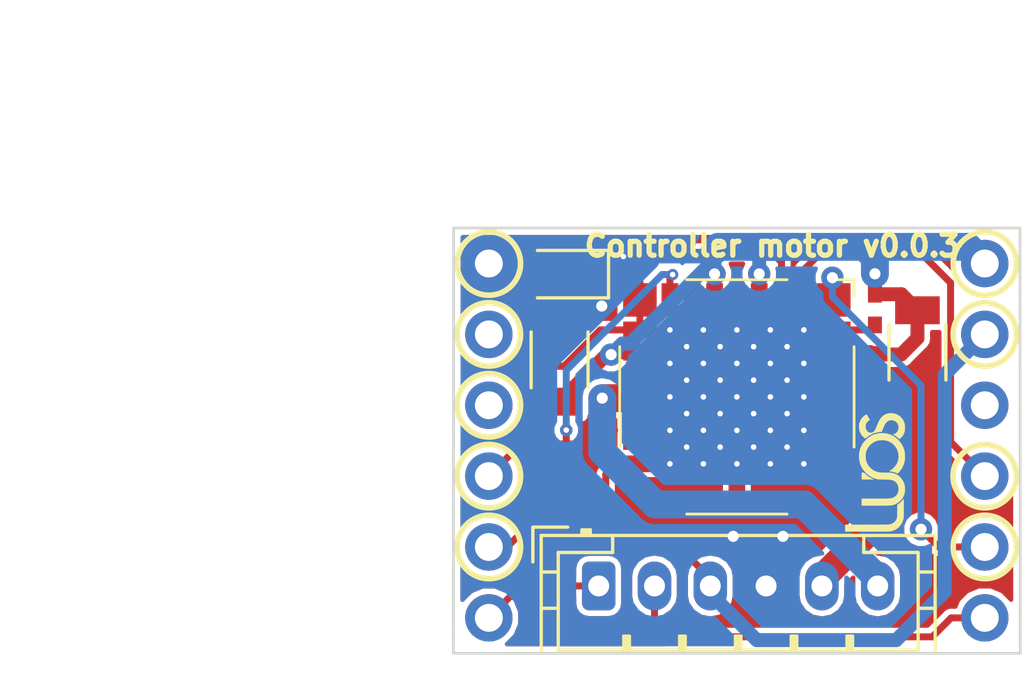
<source format=kicad_pcb>
(kicad_pcb (version 20171130) (host pcbnew "(5.0.1-3-g963ef8bb5)")

  (general
    (thickness 1.6)
    (drawings 12)
    (tracks 137)
    (zones 0)
    (modules 12)
    (nets 19)
  )

  (page A4)
  (layers
    (0 F.Cu signal)
    (31 B.Cu signal)
    (32 B.Adhes user hide)
    (33 F.Adhes user hide)
    (34 B.Paste user hide)
    (35 F.Paste user hide)
    (36 B.SilkS user hide)
    (37 F.SilkS user)
    (38 B.Mask user hide)
    (39 F.Mask user hide)
    (40 Dwgs.User user hide)
    (41 Cmts.User user hide)
    (42 Eco1.User user hide)
    (43 Eco2.User user hide)
    (44 Edge.Cuts user)
    (45 Margin user hide)
    (46 B.CrtYd user hide)
    (47 F.CrtYd user hide)
    (48 B.Fab user hide)
    (49 F.Fab user)
  )

  (setup
    (last_trace_width 0.5)
    (user_trace_width 0.25)
    (user_trace_width 0.5)
    (user_trace_width 1)
    (trace_clearance 0.2)
    (zone_clearance 0.2)
    (zone_45_only no)
    (trace_min 0.2)
    (segment_width 0.2)
    (edge_width 0.15)
    (via_size 0.4)
    (via_drill 0.2)
    (via_min_size 0.4)
    (via_min_drill 0.2)
    (user_via 0.45 0.2)
    (user_via 0.8 0.4)
    (uvia_size 0.3)
    (uvia_drill 0.1)
    (uvias_allowed no)
    (uvia_min_size 0.2)
    (uvia_min_drill 0.1)
    (pcb_text_width 0.3)
    (pcb_text_size 1.5 1.5)
    (mod_edge_width 0.15)
    (mod_text_size 1 1)
    (mod_text_width 0.15)
    (pad_size 1.524 1.524)
    (pad_drill 0.762)
    (pad_to_mask_clearance 0.2)
    (solder_mask_min_width 0.25)
    (aux_axis_origin 0 0)
    (grid_origin 145.017501 87.885001)
    (visible_elements 7FFFFF7F)
    (pcbplotparams
      (layerselection 0x010fc_ffffffff)
      (usegerberextensions false)
      (usegerberattributes false)
      (usegerberadvancedattributes false)
      (creategerberjobfile false)
      (excludeedgelayer true)
      (linewidth 0.100000)
      (plotframeref false)
      (viasonmask false)
      (mode 1)
      (useauxorigin false)
      (hpglpennumber 1)
      (hpglpenspeed 20)
      (hpglpendiameter 15.000000)
      (psnegative false)
      (psa4output false)
      (plotreference true)
      (plotvalue true)
      (plotinvisibletext false)
      (padsonsilk false)
      (subtractmaskfromsilk false)
      (outputformat 1)
      (mirror false)
      (drillshape 0)
      (scaleselection 1)
      (outputdirectory "Controller_motor_v0.0.2/"))
  )

  (net 0 "")
  (net 1 +3V3)
  (net 2 +BATT)
  (net 3 /PWM2)
  (net 4 /PWM1)
  (net 5 GND)
  (net 6 /FB)
  (net 7 /B)
  (net 8 /EN\SLEW)
  (net 9 /A)
  (net 10 "Net-(R1-Pad1)")
  (net 11 "Net-(J2-Pad5)")
  (net 12 "Net-(J2-Pad6)")
  (net 13 "Net-(C2-Pad2)")
  (net 14 "Net-(U1-Pad7)")
  (net 15 "Net-(U1-Pad21)")
  (net 16 "Net-(J1-Pad4)")
  (net 17 "Net-(J1-Pad9)")
  (net 18 "Net-(J1-Pad8)")

  (net_class Default "Ceci est la Netclass par défaut."
    (clearance 0.2)
    (trace_width 0.25)
    (via_dia 0.4)
    (via_drill 0.2)
    (uvia_dia 0.3)
    (uvia_drill 0.1)
    (add_net +3V3)
    (add_net +BATT)
    (add_net /A)
    (add_net /B)
    (add_net /EN\SLEW)
    (add_net /FB)
    (add_net /PWM1)
    (add_net /PWM2)
    (add_net GND)
    (add_net "Net-(C2-Pad2)")
    (add_net "Net-(J1-Pad4)")
    (add_net "Net-(J1-Pad8)")
    (add_net "Net-(J1-Pad9)")
    (add_net "Net-(J2-Pad5)")
    (add_net "Net-(J2-Pad6)")
    (add_net "Net-(R1-Pad1)")
    (add_net "Net-(U1-Pad21)")
    (add_net "Net-(U1-Pad7)")
  )

  (net_class POWER ""
    (clearance 0.2)
    (trace_width 1)
    (via_dia 0.8)
    (via_drill 0.4)
    (uvia_dia 0.3)
    (uvia_drill 0.1)
  )

  (module Common_Footprint:D_SOD-323F (layer F.Cu) (tedit 5D513BB9) (tstamp 5E8B86A1)
    (at 130.031501 83.186001 180)
    (descr "SOD-323F http://www.nxp.com/documents/outline_drawing/SOD323F.pdf")
    (tags SOD-323F)
    (path /5E8B9C4D)
    (attr smd)
    (fp_text reference D1 (at 0 -1.85 180) (layer F.SilkS) hide
      (effects (font (size 1 1) (thickness 0.15)))
    )
    (fp_text value D_Zener (at 0.1 1.9 180) (layer F.Fab) hide
      (effects (font (size 1 1) (thickness 0.15)))
    )
    (fp_line (start -1.5 -0.85) (end 1.05 -0.85) (layer F.SilkS) (width 0.12))
    (fp_line (start -1.5 0.85) (end 1.05 0.85) (layer F.SilkS) (width 0.12))
    (fp_line (start -1.6 -0.95) (end -1.6 0.95) (layer F.CrtYd) (width 0.05))
    (fp_line (start -1.6 0.95) (end 1.6 0.95) (layer F.CrtYd) (width 0.05))
    (fp_line (start 1.6 -0.95) (end 1.6 0.95) (layer F.CrtYd) (width 0.05))
    (fp_line (start -1.6 -0.95) (end 1.6 -0.95) (layer F.CrtYd) (width 0.05))
    (fp_line (start -0.9 -0.7) (end 0.9 -0.7) (layer F.Fab) (width 0.1))
    (fp_line (start 0.9 -0.7) (end 0.9 0.7) (layer F.Fab) (width 0.1))
    (fp_line (start 0.9 0.7) (end -0.9 0.7) (layer F.Fab) (width 0.1))
    (fp_line (start -0.9 0.7) (end -0.9 -0.7) (layer F.Fab) (width 0.1))
    (fp_line (start -0.3 -0.35) (end -0.3 0.35) (layer F.Fab) (width 0.1))
    (fp_line (start -0.3 0) (end -0.5 0) (layer F.Fab) (width 0.1))
    (fp_line (start -0.3 0) (end 0.2 -0.35) (layer F.Fab) (width 0.1))
    (fp_line (start 0.2 -0.35) (end 0.2 0.35) (layer F.Fab) (width 0.1))
    (fp_line (start 0.2 0.35) (end -0.3 0) (layer F.Fab) (width 0.1))
    (fp_line (start 0.2 0) (end 0.45 0) (layer F.Fab) (width 0.1))
    (fp_line (start -1.5 -0.85) (end -1.5 0.85) (layer F.SilkS) (width 0.12))
    (fp_text user %R (at 0 -1.016 180) (layer F.Fab)
      (effects (font (size 0.4 0.4) (thickness 0.1)))
    )
    (pad 2 smd rect (at 1.1 0 180) (size 0.5 0.5) (layers F.Cu F.Paste F.Mask)
      (net 5 GND))
    (pad 1 smd rect (at -1.1 0 180) (size 0.5 0.5) (layers F.Cu F.Paste F.Mask)
      (net 2 +BATT))
    (model ${KISYS3DMOD}/SOD-323F.STEP
      (offset (xyz -1.099999983479657 0 0))
      (scale (xyz 1 1 1))
      (rotate (xyz 0 0 0))
    )
  )

  (module Common_Footprint:l0_Shield_Socket (layer F.Cu) (tedit 5C657850) (tstamp 5AB40542)
    (at 136.130001 89.155001)
    (path /5A859A26)
    (fp_text reference J1 (at 0 0.5) (layer F.SilkS) hide
      (effects (font (size 1 1) (thickness 0.15)))
    )
    (fp_text value l0_Socket (at 0 -0.5) (layer F.Fab) hide
      (effects (font (size 1 1) (thickness 0.15)))
    )
    (fp_line (start -10.15 -7.625) (end -10.16 7.62) (layer Edge.Cuts) (width 0.1))
    (fp_line (start -10.15 -7.625) (end 10.15 -7.625) (layer Edge.Cuts) (width 0.1))
    (fp_line (start -10.16 7.62) (end 10.16 7.62) (layer Edge.Cuts) (width 0.1))
    (fp_line (start 10.15 -7.625) (end 10.16 7.62) (layer Edge.Cuts) (width 0.1))
    (pad 5 thru_hole circle (at 8.8875 -3.81 270) (size 1.7 1.7) (drill 1) (layers *.Cu *.Mask)
      (net 1 +3V3))
    (pad 6 thru_hole circle (at 8.8875 -6.35 270) (size 1.7 1.7) (drill 1) (layers *.Cu *.Mask)
      (net 2 +BATT))
    (pad 2 thru_hole circle (at 8.8875 3.81 270) (size 1.7 1.7) (drill 1) (layers *.Cu *.Mask)
      (net 4 /PWM1))
    (pad 4 thru_hole circle (at 8.8875 -1.27 270) (size 1.7 1.7) (drill 1) (layers *.Cu *.Mask)
      (net 16 "Net-(J1-Pad4)"))
    (pad 1 thru_hole circle (at 8.8875 6.35 270) (size 1.7 1.7) (drill 1) (layers *.Cu *.Mask)
      (net 7 /B))
    (pad 7 thru_hole circle (at -8.8875 -6.35 270) (size 1.7 1.7) (drill 1) (layers *.Cu *.Mask)
      (net 5 GND))
    (pad 11 thru_hole circle (at -8.8875 3.81 270) (size 1.7 1.7) (drill 1) (layers *.Cu *.Mask)
      (net 6 /FB))
    (pad 9 thru_hole circle (at -8.8875 -1.27 270) (size 1.7 1.7) (drill 1) (layers *.Cu *.Mask)
      (net 17 "Net-(J1-Pad9)"))
    (pad 3 thru_hole circle (at 8.8875 1.27 270) (size 1.7 1.7) (drill 1) (layers *.Cu *.Mask)
      (net 3 /PWM2))
    (pad 10 thru_hole circle (at -8.8875 1.27 270) (size 1.7 1.7) (drill 1) (layers *.Cu *.Mask)
      (net 8 /EN\SLEW))
    (pad 12 thru_hole circle (at -8.8875 6.35 270) (size 1.7 1.7) (drill 1) (layers *.Cu *.Mask)
      (net 9 /A))
    (pad 8 thru_hole circle (at -8.8875 -3.81 270) (size 1.7 1.7) (drill 1) (layers *.Cu *.Mask)
      (net 18 "Net-(J1-Pad8)"))
  )

  (module Common_Footprint:JST_PH_B6B-PH-K_1x06_P2.00mm_Vertical (layer F.Cu) (tedit 5C9B407E) (tstamp 5BE9C1D9)
    (at 131.179501 94.362001)
    (descr "JST PH series connector, B6B-PH-K (http://www.jst-mfg.com/product/pdf/eng/ePH.pdf), generated with kicad-footprint-generator")
    (tags "connector JST PH side entry")
    (path /5BED6F4A)
    (fp_text reference J2 (at 5 -2.9) (layer F.SilkS) hide
      (effects (font (size 1 1) (thickness 0.15)))
    )
    (fp_text value Header6Contacts (at 5 4) (layer F.Fab) hide
      (effects (font (size 1 1) (thickness 0.15)))
    )
    (fp_circle (center -1.27 -1.016) (end -1.016 -0.762) (layer F.Fab) (width 0.1))
    (fp_text user %R (at 5 1.5) (layer F.Fab)
      (effects (font (size 1 1) (thickness 0.15)))
    )
    (fp_line (start 12.45 -2.2) (end -2.45 -2.2) (layer F.CrtYd) (width 0.05))
    (fp_line (start 12.45 3.3) (end 12.45 -2.2) (layer F.CrtYd) (width 0.05))
    (fp_line (start -2.45 3.3) (end 12.45 3.3) (layer F.CrtYd) (width 0.05))
    (fp_line (start -2.45 -2.2) (end -2.45 3.3) (layer F.CrtYd) (width 0.05))
    (fp_line (start 11.95 -1.7) (end -1.95 -1.7) (layer F.Fab) (width 0.1))
    (fp_line (start 11.95 2.8) (end 11.95 -1.7) (layer F.Fab) (width 0.1))
    (fp_line (start -1.95 2.8) (end 11.95 2.8) (layer F.Fab) (width 0.1))
    (fp_line (start -1.95 -1.7) (end -1.95 2.8) (layer F.Fab) (width 0.1))
    (fp_line (start -2.36 -2.11) (end -2.36 -0.86) (layer F.Fab) (width 0.1))
    (fp_line (start -1.11 -2.11) (end -2.36 -2.11) (layer F.Fab) (width 0.1))
    (fp_line (start -2.36 -2.11) (end -2.36 -0.86) (layer F.SilkS) (width 0.12))
    (fp_line (start -1.11 -2.11) (end -2.36 -2.11) (layer F.SilkS) (width 0.12))
    (fp_line (start 9 2.3) (end 9 1.8) (layer F.SilkS) (width 0.12))
    (fp_line (start 9.1 1.8) (end 9.1 2.3) (layer F.SilkS) (width 0.12))
    (fp_line (start 8.9 1.8) (end 9.1 1.8) (layer F.SilkS) (width 0.12))
    (fp_line (start 8.9 2.3) (end 8.9 1.8) (layer F.SilkS) (width 0.12))
    (fp_line (start 7 2.3) (end 7 1.8) (layer F.SilkS) (width 0.12))
    (fp_line (start 7.1 1.8) (end 7.1 2.3) (layer F.SilkS) (width 0.12))
    (fp_line (start 6.9 1.8) (end 7.1 1.8) (layer F.SilkS) (width 0.12))
    (fp_line (start 6.9 2.3) (end 6.9 1.8) (layer F.SilkS) (width 0.12))
    (fp_line (start 5 2.3) (end 5 1.8) (layer F.SilkS) (width 0.12))
    (fp_line (start 5.1 1.8) (end 5.1 2.3) (layer F.SilkS) (width 0.12))
    (fp_line (start 4.9 1.8) (end 5.1 1.8) (layer F.SilkS) (width 0.12))
    (fp_line (start 4.9 2.3) (end 4.9 1.8) (layer F.SilkS) (width 0.12))
    (fp_line (start 3 2.3) (end 3 1.8) (layer F.SilkS) (width 0.12))
    (fp_line (start 3.1 1.8) (end 3.1 2.3) (layer F.SilkS) (width 0.12))
    (fp_line (start 2.9 1.8) (end 3.1 1.8) (layer F.SilkS) (width 0.12))
    (fp_line (start 2.9 2.3) (end 2.9 1.8) (layer F.SilkS) (width 0.12))
    (fp_line (start 1 2.3) (end 1 1.8) (layer F.SilkS) (width 0.12))
    (fp_line (start 1.1 1.8) (end 1.1 2.3) (layer F.SilkS) (width 0.12))
    (fp_line (start 0.9 1.8) (end 1.1 1.8) (layer F.SilkS) (width 0.12))
    (fp_line (start 0.9 2.3) (end 0.9 1.8) (layer F.SilkS) (width 0.12))
    (fp_line (start 12.06 0.8) (end 11.45 0.8) (layer F.SilkS) (width 0.12))
    (fp_line (start 12.06 -0.5) (end 11.45 -0.5) (layer F.SilkS) (width 0.12))
    (fp_line (start -2.06 0.8) (end -1.45 0.8) (layer F.SilkS) (width 0.12))
    (fp_line (start -2.06 -0.5) (end -1.45 -0.5) (layer F.SilkS) (width 0.12))
    (fp_line (start 9.5 -1.2) (end 9.5 -1.81) (layer F.SilkS) (width 0.12))
    (fp_line (start 11.45 -1.2) (end 9.5 -1.2) (layer F.SilkS) (width 0.12))
    (fp_line (start 11.45 2.3) (end 11.45 -1.2) (layer F.SilkS) (width 0.12))
    (fp_line (start -1.45 2.3) (end 11.45 2.3) (layer F.SilkS) (width 0.12))
    (fp_line (start -1.45 -1.2) (end -1.45 2.3) (layer F.SilkS) (width 0.12))
    (fp_line (start 0.5 -1.2) (end -1.45 -1.2) (layer F.SilkS) (width 0.12))
    (fp_line (start 0.5 -1.81) (end 0.5 -1.2) (layer F.SilkS) (width 0.12))
    (fp_line (start -0.3 -1.91) (end -0.6 -1.91) (layer F.SilkS) (width 0.12))
    (fp_line (start -0.6 -2.01) (end -0.6 -1.81) (layer F.SilkS) (width 0.12))
    (fp_line (start -0.3 -2.01) (end -0.6 -2.01) (layer F.SilkS) (width 0.12))
    (fp_line (start -0.3 -1.81) (end -0.3 -2.01) (layer F.SilkS) (width 0.12))
    (fp_line (start 12.06 -1.81) (end -2.06 -1.81) (layer F.SilkS) (width 0.12))
    (fp_line (start 12.06 2.31) (end 12.06 -1.81) (layer F.SilkS) (width 0.12))
    (fp_line (start -2.06 -1.81) (end -2.06 2.31) (layer F.SilkS) (width 0.12))
    (pad 6 thru_hole oval (at 10 0) (size 1.2 1.75) (drill 0.75) (layers *.Cu *.Mask)
      (net 12 "Net-(J2-Pad6)"))
    (pad 5 thru_hole oval (at 8 0) (size 1.2 1.75) (drill 0.75) (layers *.Cu *.Mask)
      (net 11 "Net-(J2-Pad5)"))
    (pad 4 thru_hole oval (at 6 0) (size 1.2 1.75) (drill 0.75) (layers *.Cu *.Mask)
      (net 5 GND))
    (pad 3 thru_hole oval (at 4 0) (size 1.2 1.75) (drill 0.75) (layers *.Cu *.Mask)
      (net 1 +3V3))
    (pad 2 thru_hole oval (at 2 0) (size 1.2 1.75) (drill 0.75) (layers *.Cu *.Mask)
      (net 7 /B))
    (pad 1 thru_hole roundrect (at 0 0) (size 1.2 1.75) (drill 0.75) (layers *.Cu *.Mask) (roundrect_rratio 0.208333)
      (net 9 /A))
    (model ${KISYS3DMOD}/B6B-PH-K-S.STEP
      (offset (xyz 18.9 -2.8 0))
      (scale (xyz 1 1 1))
      (rotate (xyz -90 0 180))
    )
  )

  (module Common_Footprint:32-PIN_PQFN (layer F.Cu) (tedit 5C9A5849) (tstamp 5C9AA94E)
    (at 136.132501 87.585001 270)
    (path /5BE98946)
    (fp_text reference U1 (at 0 0 270) (layer F.Fab)
      (effects (font (size 1 1) (thickness 0.15)))
    )
    (fp_text value MC33926 (at 0.2 5.8 270) (layer F.Fab) hide
      (effects (font (size 1 1) (thickness 0.15)))
    )
    (fp_circle (center -3.4 -3.4) (end -3.2 -3.2) (layer F.Fab) (width 0.1))
    (fp_line (start -4.2 -4.2) (end -3.6 -4.2) (layer F.SilkS) (width 0.1))
    (fp_line (start -4.2 -3.6) (end -4.2 -4.2) (layer F.SilkS) (width 0.1))
    (fp_line (start -1.8 -4.2) (end 1.8 -4.2) (layer F.SilkS) (width 0.1))
    (fp_line (start -4.2 1.8) (end -4.2 -1.8) (layer F.SilkS) (width 0.1))
    (fp_line (start 1.8 4.2) (end -1.8 4.2) (layer F.SilkS) (width 0.1))
    (fp_line (start 4.2 -1.8) (end 4.2 1.8) (layer F.SilkS) (width 0.1))
    (fp_line (start -4 4) (end -4 -4) (layer F.Fab) (width 0.1))
    (fp_line (start 4 4) (end -4 4) (layer F.Fab) (width 0.1))
    (fp_line (start 4 -4) (end 4 4) (layer F.Fab) (width 0.1))
    (fp_line (start -4 -4) (end 4 -4) (layer F.Fab) (width 0.1))
    (fp_line (start -4.2 4.2) (end -4.2 -4.2) (layer F.CrtYd) (width 0.1))
    (fp_line (start 4.2 4.2) (end -4.2 4.2) (layer F.CrtYd) (width 0.1))
    (fp_line (start 4.2 -4.2) (end 4.2 4.2) (layer F.CrtYd) (width 0.1))
    (fp_line (start -4.2 -4.2) (end 4.2 -4.2) (layer F.CrtYd) (width 0.1))
    (pad 33 thru_hole circle (at 1.2 2.4 270) (size 0.4 0.4) (drill 0.2) (layers *.Cu *.Mask)
      (net 5 GND))
    (pad 33 thru_hole circle (at 2.4 2.4 270) (size 0.4 0.4) (drill 0.2) (layers *.Cu *.Mask)
      (net 5 GND))
    (pad 33 thru_hole circle (at -2.4 2.4 270) (size 0.4 0.4) (drill 0.2) (layers *.Cu *.Mask)
      (net 5 GND))
    (pad 33 thru_hole circle (at -1.2 2.4 270) (size 0.4 0.4) (drill 0.2) (layers *.Cu *.Mask)
      (net 5 GND))
    (pad 33 thru_hole circle (at 0.6 1.8 270) (size 0.4 0.4) (drill 0.2) (layers *.Cu *.Mask)
      (net 5 GND))
    (pad 33 thru_hole circle (at -1.8 1.8 270) (size 0.4 0.4) (drill 0.2) (layers *.Cu *.Mask)
      (net 5 GND))
    (pad 33 thru_hole circle (at 1.8 1.8 270) (size 0.4 0.4) (drill 0.2) (layers *.Cu *.Mask)
      (net 5 GND))
    (pad 33 thru_hole circle (at -0.6 1.8 270) (size 0.4 0.4) (drill 0.2) (layers *.Cu *.Mask)
      (net 5 GND))
    (pad 33 thru_hole circle (at 2.4 1.2 270) (size 0.4 0.4) (drill 0.2) (layers *.Cu *.Mask)
      (net 5 GND))
    (pad 33 thru_hole circle (at -2.4 1.2 270) (size 0.4 0.4) (drill 0.2) (layers *.Cu *.Mask)
      (net 5 GND))
    (pad 33 thru_hole circle (at -1.2 1.2 270) (size 0.4 0.4) (drill 0.2) (layers *.Cu *.Mask)
      (net 5 GND))
    (pad 33 thru_hole circle (at 1.2 1.2 270) (size 0.4 0.4) (drill 0.2) (layers *.Cu *.Mask)
      (net 5 GND))
    (pad 33 thru_hole circle (at -1.8 0.6 270) (size 0.4 0.4) (drill 0.2) (layers *.Cu *.Mask)
      (net 5 GND))
    (pad 33 thru_hole circle (at 1.8 0.6 270) (size 0.4 0.4) (drill 0.2) (layers *.Cu *.Mask)
      (net 5 GND))
    (pad 33 thru_hole circle (at -0.6 0.6 270) (size 0.4 0.4) (drill 0.2) (layers *.Cu *.Mask)
      (net 5 GND))
    (pad 33 thru_hole circle (at 0.6 0.6 270) (size 0.4 0.4) (drill 0.2) (layers *.Cu *.Mask)
      (net 5 GND))
    (pad 33 thru_hole circle (at 2.4 -2.4 270) (size 0.4 0.4) (drill 0.2) (layers *.Cu *.Mask)
      (net 5 GND))
    (pad 33 thru_hole circle (at -2.4 -2.4 270) (size 0.4 0.4) (drill 0.2) (layers *.Cu *.Mask)
      (net 5 GND))
    (pad 33 thru_hole circle (at -1.2 -2.4 270) (size 0.4 0.4) (drill 0.2) (layers *.Cu *.Mask)
      (net 5 GND))
    (pad 33 thru_hole circle (at 1.2 -2.4 270) (size 0.4 0.4) (drill 0.2) (layers *.Cu *.Mask)
      (net 5 GND))
    (pad 33 thru_hole circle (at -1.8 -1.8 270) (size 0.4 0.4) (drill 0.2) (layers *.Cu *.Mask)
      (net 5 GND))
    (pad 33 thru_hole circle (at -0.6 -1.8 270) (size 0.4 0.4) (drill 0.2) (layers *.Cu *.Mask)
      (net 5 GND))
    (pad 33 thru_hole circle (at 0.6 -1.8 270) (size 0.4 0.4) (drill 0.2) (layers *.Cu *.Mask)
      (net 5 GND))
    (pad 33 thru_hole circle (at 1.8 -1.8 270) (size 0.4 0.4) (drill 0.2) (layers *.Cu *.Mask)
      (net 5 GND))
    (pad 33 thru_hole circle (at -2.4 -1.2 270) (size 0.4 0.4) (drill 0.2) (layers *.Cu *.Mask)
      (net 5 GND))
    (pad 33 thru_hole circle (at -1.2 -1.2 270) (size 0.4 0.4) (drill 0.2) (layers *.Cu *.Mask)
      (net 5 GND))
    (pad 33 thru_hole circle (at 1.2 -1.2 270) (size 0.4 0.4) (drill 0.2) (layers *.Cu *.Mask)
      (net 5 GND))
    (pad 33 thru_hole circle (at 2.4 -1.2 270) (size 0.4 0.4) (drill 0.2) (layers *.Cu *.Mask)
      (net 5 GND))
    (pad 33 thru_hole circle (at -1.8 -0.6 270) (size 0.4 0.4) (drill 0.2) (layers *.Cu *.Mask)
      (net 5 GND))
    (pad 33 thru_hole circle (at -0.6 -0.6 270) (size 0.4 0.4) (drill 0.2) (layers *.Cu *.Mask)
      (net 5 GND))
    (pad 33 thru_hole circle (at 0.6 -0.6 270) (size 0.4 0.4) (drill 0.2) (layers *.Cu *.Mask)
      (net 5 GND))
    (pad 33 thru_hole circle (at 1.8 -0.6 270) (size 0.4 0.4) (drill 0.2) (layers *.Cu *.Mask)
      (net 5 GND))
    (pad 33 thru_hole circle (at 0 -2.4 270) (size 0.4 0.4) (drill 0.2) (layers *.Cu *.Mask)
      (net 5 GND))
    (pad 33 thru_hole circle (at 0 -1.2 270) (size 0.4 0.4) (drill 0.2) (layers *.Cu *.Mask)
      (net 5 GND))
    (pad 33 thru_hole circle (at 0 2.4 270) (size 0.4 0.4) (drill 0.2) (layers *.Cu *.Mask)
      (net 5 GND))
    (pad 33 thru_hole circle (at 0 1.2 270) (size 0.4 0.4) (drill 0.2) (layers *.Cu *.Mask)
      (net 5 GND))
    (pad 33 thru_hole circle (at -2.4 0 270) (size 0.4 0.4) (drill 0.2) (layers *.Cu *.Mask)
      (net 5 GND))
    (pad 33 thru_hole circle (at -1.2 0 270) (size 0.4 0.4) (drill 0.2) (layers *.Cu *.Mask)
      (net 5 GND))
    (pad 33 thru_hole circle (at 0 0 270) (size 0.4 0.4) (drill 0.2) (layers *.Cu *.Mask)
      (net 5 GND))
    (pad 33 thru_hole circle (at 1.2 0 270) (size 0.4 0.4) (drill 0.2) (layers *.Cu *.Mask)
      (net 5 GND))
    (pad 33 thru_hole circle (at 2.4 0 270) (size 0.4 0.4) (drill 0.2) (layers *.Cu *.Mask)
      (net 5 GND))
    (pad 33 smd rect (at 0 0 270) (size 5.2 5.2) (layers F.Cu F.Paste F.Mask)
      (net 5 GND))
    (pad 26 smd rect (at 2.4 -3.475 180) (size 1.2 0.6) (layers F.Cu F.Paste F.Mask)
      (net 5 GND))
    (pad 27 smd rect (at 1.6 -3.475 180) (size 1.2 0.6) (layers F.Cu F.Paste F.Mask)
      (net 11 "Net-(J2-Pad5)"))
    (pad 28 smd rect (at 0.8 -3.475 180) (size 1.2 0.6) (layers F.Cu F.Paste F.Mask)
      (net 11 "Net-(J2-Pad5)"))
    (pad 29 smd rect (at 0 -3.475 180) (size 1.2 0.6) (layers F.Cu F.Paste F.Mask)
      (net 11 "Net-(J2-Pad5)"))
    (pad 30 smd rect (at -0.8 -3.475 180) (size 1.2 0.6) (layers F.Cu F.Paste F.Mask)
      (net 11 "Net-(J2-Pad5)"))
    (pad 31 smd rect (at -1.6 -3.475 180) (size 1.2 0.6) (layers F.Cu F.Paste F.Mask)
      (net 2 +BATT))
    (pad 32 smd rect (at -2.4 -3.475 180) (size 1.2 0.6) (layers F.Cu F.Paste F.Mask)
      (net 13 "Net-(C2-Pad2)"))
    (pad 18 smd rect (at 3.475 2.4 270) (size 1.2 0.6) (layers F.Cu F.Paste F.Mask)
      (net 5 GND))
    (pad 19 smd rect (at 3.475 1.6 270) (size 1.2 0.6) (layers F.Cu F.Paste F.Mask)
      (net 5 GND))
    (pad 20 smd rect (at 3.475 0.8 270) (size 1.2 0.6) (layers F.Cu F.Paste F.Mask)
      (net 5 GND))
    (pad 21 smd rect (at 3.475 0 270) (size 1.2 0.6) (layers F.Cu F.Paste F.Mask)
      (net 15 "Net-(U1-Pad21)"))
    (pad 22 smd rect (at 3.475 -0.8 270) (size 1.2 0.6) (layers F.Cu F.Paste F.Mask)
      (net 5 GND))
    (pad 23 smd rect (at 3.475 -1.6 270) (size 1.2 0.6) (layers F.Cu F.Paste F.Mask)
      (net 5 GND))
    (pad 24 smd rect (at 3.475 -2.4 270) (size 1.2 0.6) (layers F.Cu F.Paste F.Mask)
      (net 5 GND))
    (pad 10 smd rect (at -2.4 3.475 180) (size 1.2 0.6) (layers F.Cu F.Paste F.Mask)
      (net 8 /EN\SLEW))
    (pad 11 smd rect (at -1.6 3.475 180) (size 1.2 0.6) (layers F.Cu F.Paste F.Mask)
      (net 2 +BATT))
    (pad 12 smd rect (at -0.8 3.475 180) (size 1.2 0.6) (layers F.Cu F.Paste F.Mask)
      (net 12 "Net-(J2-Pad6)"))
    (pad 13 smd rect (at 0 3.475 180) (size 1.2 0.6) (layers F.Cu F.Paste F.Mask)
      (net 12 "Net-(J2-Pad6)"))
    (pad 14 smd rect (at 0.8 3.475 180) (size 1.2 0.6) (layers F.Cu F.Paste F.Mask)
      (net 12 "Net-(J2-Pad6)"))
    (pad 15 smd rect (at 1.6 3.475 180) (size 1.2 0.6) (layers F.Cu F.Paste F.Mask)
      (net 12 "Net-(J2-Pad6)"))
    (pad 16 smd rect (at 2.4 3.475 180) (size 1.2 0.6) (layers F.Cu F.Paste F.Mask)
      (net 1 +3V3))
    (pad 8 smd rect (at -3.475 2.4 270) (size 1.2 0.6) (layers F.Cu F.Paste F.Mask)
      (net 10 "Net-(R1-Pad1)"))
    (pad 7 smd rect (at -3.475 1.6 270) (size 1.2 0.6) (layers F.Cu F.Paste F.Mask)
      (net 14 "Net-(U1-Pad7)"))
    (pad 6 smd rect (at -3.475 0.8 270) (size 1.2 0.6) (layers F.Cu F.Paste F.Mask)
      (net 2 +BATT))
    (pad 5 smd rect (at -3.475 0 270) (size 1.2 0.6) (layers F.Cu F.Paste F.Mask)
      (net 5 GND))
    (pad 4 smd rect (at -3.475 -0.8 270) (size 1.2 0.6) (layers F.Cu F.Paste F.Mask)
      (net 2 +BATT))
    (pad 3 smd rect (at -3.475 -1.6 270) (size 1.2 0.6) (layers F.Cu F.Paste F.Mask)
      (net 8 /EN\SLEW))
    (pad 2 smd rect (at -3.475 -2.4 270) (size 1.2 0.6) (layers F.Cu F.Paste F.Mask)
      (net 3 /PWM2))
    (pad 25 smd rect (at 3.475 -3.475 270) (size 1.2 1.2) (layers F.Cu F.Paste F.Mask)
      (net 5 GND))
    (pad 17 smd rect (at 3.475 3.475 270) (size 1.2 1.2) (layers F.Cu F.Paste F.Mask)
      (net 5 GND))
    (pad 9 smd rect (at -3.475 3.475 270) (size 1.2 1.2) (layers F.Cu F.Paste F.Mask)
      (net 8 /EN\SLEW))
    (pad 1 smd rect (at -3.475 -3.475 270) (size 1.2 1.2) (layers F.Cu F.Paste F.Mask)
      (net 4 /PWM1))
    (model ${KISYS3DMOD}/PQFN32-8X8X2-1MM.step
      (offset (xyz 4 -3 0))
      (scale (xyz 1 1 1))
      (rotate (xyz 0 0 0))
    )
  )

  (module Common_Footprint:C_1206 (layer F.Cu) (tedit 5C9A6491) (tstamp 5C9A71D2)
    (at 142.604501 85.980001 270)
    (descr "Capacitor SMD 1206, reflow soldering, AVX (see smccp.pdf)")
    (tags "capacitor 1206")
    (path /5BEC6D8B)
    (attr smd)
    (fp_text reference C4 (at 0 -1.75 270) (layer F.Fab) hide
      (effects (font (size 1 1) (thickness 0.15)))
    )
    (fp_text value 47uf (at 0 2 270) (layer F.Fab) hide
      (effects (font (size 1 1) (thickness 0.15)))
    )
    (fp_line (start 2.25 1.05) (end -2.25 1.05) (layer F.CrtYd) (width 0.05))
    (fp_line (start 2.25 1.05) (end 2.25 -1.05) (layer F.CrtYd) (width 0.05))
    (fp_line (start -2.25 -1.05) (end -2.25 1.05) (layer F.CrtYd) (width 0.05))
    (fp_line (start -2.25 -1.05) (end 2.25 -1.05) (layer F.CrtYd) (width 0.05))
    (fp_line (start -1 1.02) (end 1 1.02) (layer F.SilkS) (width 0.12))
    (fp_line (start 1 -1.02) (end -1 -1.02) (layer F.SilkS) (width 0.12))
    (fp_line (start -1.6 -0.8) (end 1.6 -0.8) (layer F.Fab) (width 0.1))
    (fp_line (start 1.6 -0.8) (end 1.6 0.8) (layer F.Fab) (width 0.1))
    (fp_line (start 1.6 0.8) (end -1.6 0.8) (layer F.Fab) (width 0.1))
    (fp_line (start -1.6 0.8) (end -1.6 -0.8) (layer F.Fab) (width 0.1))
    (fp_text user %R (at 0 0 270) (layer F.Fab)
      (effects (font (size 1 1) (thickness 0.15)))
    )
    (pad 2 smd rect (at 1.5 0 270) (size 1 1.6) (layers F.Cu F.Paste F.Mask)
      (net 5 GND))
    (pad 1 smd rect (at -1.5 0 270) (size 1 1.6) (layers F.Cu F.Paste F.Mask)
      (net 2 +BATT))
    (model "${KISYS3DMOD}/1206 SMD Resistor.step"
      (at (xyz 0 0 0))
      (scale (xyz 1 1 1))
      (rotate (xyz 0 0 0))
    )
  )

  (module Common_Footprint:C_1206 (layer F.Cu) (tedit 5C9A6491) (tstamp 5E8B8D87)
    (at 129.777501 86.258001 90)
    (descr "Capacitor SMD 1206, reflow soldering, AVX (see smccp.pdf)")
    (tags "capacitor 1206")
    (path /5BECA966)
    (attr smd)
    (fp_text reference C5 (at 0 -1.75 90) (layer F.Fab) hide
      (effects (font (size 1 1) (thickness 0.15)))
    )
    (fp_text value 47uf (at 0 2 90) (layer F.Fab) hide
      (effects (font (size 1 1) (thickness 0.15)))
    )
    (fp_line (start 2.25 1.05) (end -2.25 1.05) (layer F.CrtYd) (width 0.05))
    (fp_line (start 2.25 1.05) (end 2.25 -1.05) (layer F.CrtYd) (width 0.05))
    (fp_line (start -2.25 -1.05) (end -2.25 1.05) (layer F.CrtYd) (width 0.05))
    (fp_line (start -2.25 -1.05) (end 2.25 -1.05) (layer F.CrtYd) (width 0.05))
    (fp_line (start -1 1.02) (end 1 1.02) (layer F.SilkS) (width 0.12))
    (fp_line (start 1 -1.02) (end -1 -1.02) (layer F.SilkS) (width 0.12))
    (fp_line (start -1.6 -0.8) (end 1.6 -0.8) (layer F.Fab) (width 0.1))
    (fp_line (start 1.6 -0.8) (end 1.6 0.8) (layer F.Fab) (width 0.1))
    (fp_line (start 1.6 0.8) (end -1.6 0.8) (layer F.Fab) (width 0.1))
    (fp_line (start -1.6 0.8) (end -1.6 -0.8) (layer F.Fab) (width 0.1))
    (fp_text user %R (at 0 0 90) (layer F.Fab)
      (effects (font (size 1 1) (thickness 0.15)))
    )
    (pad 2 smd rect (at 1.5 0 90) (size 1 1.6) (layers F.Cu F.Paste F.Mask)
      (net 5 GND))
    (pad 1 smd rect (at -1.5 0 90) (size 1 1.6) (layers F.Cu F.Paste F.Mask)
      (net 2 +BATT))
    (model "${KISYS3DMOD}/1206 SMD Resistor.step"
      (at (xyz 0 0 0))
      (scale (xyz 1 1 1))
      (rotate (xyz 0 0 0))
    )
  )

  (module Common_Footprint:C_0402_NoSilk (layer F.Cu) (tedit 5E8B679F) (tstamp 5BE9C228)
    (at 141.080501 86.615001 270)
    (descr "Capacitor SMD 0402, reflow soldering, AVX (see smccp.pdf)")
    (tags "capacitor 0402")
    (path /5BEC30F9)
    (attr smd)
    (fp_text reference C3 (at 2.6 -0.3 270) (layer F.SilkS) hide
      (effects (font (size 1 1) (thickness 0.15)))
    )
    (fp_text value 100nf (at 0 1.27 270) (layer F.Fab) hide
      (effects (font (size 1 1) (thickness 0.15)))
    )
    (fp_text user %R (at -0.01 0.01 270) (layer F.Fab)
      (effects (font (size 0.3 0.3) (thickness 0.075)))
    )
    (fp_line (start -0.5 0.25) (end -0.5 -0.25) (layer F.Fab) (width 0.1))
    (fp_line (start 0.5 0.25) (end -0.5 0.25) (layer F.Fab) (width 0.1))
    (fp_line (start 0.5 -0.25) (end 0.5 0.25) (layer F.Fab) (width 0.1))
    (fp_line (start -0.5 -0.25) (end 0.5 -0.25) (layer F.Fab) (width 0.1))
    (fp_line (start -1 -0.4) (end 1 -0.4) (layer F.CrtYd) (width 0.05))
    (fp_line (start -1 -0.4) (end -1 0.4) (layer F.CrtYd) (width 0.05))
    (fp_line (start 1 0.4) (end 1 -0.4) (layer F.CrtYd) (width 0.05))
    (fp_line (start 1 0.4) (end -1 0.4) (layer F.CrtYd) (width 0.05))
    (pad 1 smd rect (at -0.55 0 270) (size 0.6 0.5) (layers F.Cu F.Paste F.Mask)
      (net 2 +BATT))
    (pad 2 smd rect (at 0.55 0 270) (size 0.6 0.5) (layers F.Cu F.Paste F.Mask)
      (net 5 GND))
    (model "${KISYS3DMOD}/0402 SMD Capacitor.step"
      (at (xyz 0 0 0))
      (scale (xyz 1 1 1))
      (rotate (xyz -90 0 0))
    )
  )

  (module Common_Footprint:C_0402_NoSilk (layer F.Cu) (tedit 5E8B679F) (tstamp 5BE9C219)
    (at 141.080501 84.456001 270)
    (descr "Capacitor SMD 0402, reflow soldering, AVX (see smccp.pdf)")
    (tags "capacitor 0402")
    (path /5BEA6A79)
    (attr smd)
    (fp_text reference C2 (at 0 0 270) (layer F.SilkS) hide
      (effects (font (size 0.5 0.5) (thickness 0.125)))
    )
    (fp_text value 33nf (at 0 1.27 270) (layer F.Fab) hide
      (effects (font (size 1 1) (thickness 0.15)))
    )
    (fp_text user %R (at -0.01 0.01 270) (layer F.Fab)
      (effects (font (size 0.3 0.3) (thickness 0.075)))
    )
    (fp_line (start -0.5 0.25) (end -0.5 -0.25) (layer F.Fab) (width 0.1))
    (fp_line (start 0.5 0.25) (end -0.5 0.25) (layer F.Fab) (width 0.1))
    (fp_line (start 0.5 -0.25) (end 0.5 0.25) (layer F.Fab) (width 0.1))
    (fp_line (start -0.5 -0.25) (end 0.5 -0.25) (layer F.Fab) (width 0.1))
    (fp_line (start -1 -0.4) (end 1 -0.4) (layer F.CrtYd) (width 0.05))
    (fp_line (start -1 -0.4) (end -1 0.4) (layer F.CrtYd) (width 0.05))
    (fp_line (start 1 0.4) (end 1 -0.4) (layer F.CrtYd) (width 0.05))
    (fp_line (start 1 0.4) (end -1 0.4) (layer F.CrtYd) (width 0.05))
    (pad 1 smd rect (at -0.55 0 270) (size 0.6 0.5) (layers F.Cu F.Paste F.Mask)
      (net 2 +BATT))
    (pad 2 smd rect (at 0.55 0 270) (size 0.6 0.5) (layers F.Cu F.Paste F.Mask)
      (net 13 "Net-(C2-Pad2)"))
    (model "${KISYS3DMOD}/0402 SMD Capacitor.step"
      (at (xyz 0 0 0))
      (scale (xyz 1 1 1))
      (rotate (xyz -90 0 0))
    )
  )

  (module Common_Footprint:C_0402_NoSilk (layer F.Cu) (tedit 5E8B679F) (tstamp 5BE9C20A)
    (at 129.738501 91.675001)
    (descr "Capacitor SMD 0402, reflow soldering, AVX (see smccp.pdf)")
    (tags "capacitor 0402")
    (path /5BEA8F71)
    (attr smd)
    (fp_text reference C1 (at 0 -1.27) (layer F.SilkS) hide
      (effects (font (size 1 1) (thickness 0.15)))
    )
    (fp_text value 0.47uf (at 0 1.27) (layer F.Fab) hide
      (effects (font (size 1 1) (thickness 0.15)))
    )
    (fp_text user %R (at -0.01 0.01) (layer F.Fab)
      (effects (font (size 0.3 0.3) (thickness 0.075)))
    )
    (fp_line (start -0.5 0.25) (end -0.5 -0.25) (layer F.Fab) (width 0.1))
    (fp_line (start 0.5 0.25) (end -0.5 0.25) (layer F.Fab) (width 0.1))
    (fp_line (start 0.5 -0.25) (end 0.5 0.25) (layer F.Fab) (width 0.1))
    (fp_line (start -0.5 -0.25) (end 0.5 -0.25) (layer F.Fab) (width 0.1))
    (fp_line (start -1 -0.4) (end 1 -0.4) (layer F.CrtYd) (width 0.05))
    (fp_line (start -1 -0.4) (end -1 0.4) (layer F.CrtYd) (width 0.05))
    (fp_line (start 1 0.4) (end 1 -0.4) (layer F.CrtYd) (width 0.05))
    (fp_line (start 1 0.4) (end -1 0.4) (layer F.CrtYd) (width 0.05))
    (pad 1 smd rect (at -0.55 0) (size 0.6 0.5) (layers F.Cu F.Paste F.Mask)
      (net 6 /FB))
    (pad 2 smd rect (at 0.55 0) (size 0.6 0.5) (layers F.Cu F.Paste F.Mask)
      (net 5 GND))
    (model "${KISYS3DMOD}/0402 SMD Capacitor.step"
      (at (xyz 0 0 0))
      (scale (xyz 1 1 1))
      (rotate (xyz -90 0 0))
    )
  )

  (module Common_Footprint:R_0402_NoSilk (layer F.Cu) (tedit 5E8B6747) (tstamp 5BE9E48B)
    (at 129.566601 89.447101)
    (descr "Resistor SMD 0402, reflow soldering, Vishay (see dcrcw.pdf)")
    (tags "resistor 0402")
    (path /5BEA9219)
    (attr smd)
    (fp_text reference R2 (at 0 0) (layer F.Fab)
      (effects (font (size 0.25 0.25) (thickness 0.0625)))
    )
    (fp_text value 220 (at 0 1.25) (layer F.Fab) hide
      (effects (font (size 1 1) (thickness 0.15)))
    )
    (fp_line (start 0.8 0.45) (end -0.8 0.45) (layer F.CrtYd) (width 0.05))
    (fp_line (start 0.8 0.45) (end 0.8 -0.45) (layer F.CrtYd) (width 0.05))
    (fp_line (start -0.8 -0.45) (end -0.8 0.45) (layer F.CrtYd) (width 0.05))
    (fp_line (start -0.8 -0.45) (end 0.8 -0.45) (layer F.CrtYd) (width 0.05))
    (fp_line (start -0.5 -0.25) (end 0.5 -0.25) (layer F.Fab) (width 0.1))
    (fp_line (start 0.5 -0.25) (end 0.5 0.25) (layer F.Fab) (width 0.1))
    (fp_line (start 0.5 0.25) (end -0.5 0.25) (layer F.Fab) (width 0.1))
    (fp_line (start -0.5 0.25) (end -0.5 -0.25) (layer F.Fab) (width 0.1))
    (pad 2 smd rect (at 0.45 0) (size 0.4 0.6) (layers F.Cu F.Paste F.Mask)
      (net 10 "Net-(R1-Pad1)"))
    (pad 1 smd rect (at -0.45 0) (size 0.4 0.6) (layers F.Cu F.Paste F.Mask)
      (net 5 GND))
    (model "${KISYS3DMOD}/0402 SMD Resistor.step"
      (at (xyz 0 0 0))
      (scale (xyz 1 1 1))
      (rotate (xyz 0 0 90))
    )
  )

  (module Common_Footprint:R_0402_NoSilk (layer F.Cu) (tedit 5E8B6747) (tstamp 5BE9C18D)
    (at 129.5835 90.55 180)
    (descr "Resistor SMD 0402, reflow soldering, Vishay (see dcrcw.pdf)")
    (tags "resistor 0402")
    (path /5BEA915B)
    (attr smd)
    (fp_text reference R1 (at 0 0 180) (layer F.Fab)
      (effects (font (size 0.25 0.25) (thickness 0.0625)))
    )
    (fp_text value 1K (at 0 1.25 180) (layer F.Fab) hide
      (effects (font (size 1 1) (thickness 0.15)))
    )
    (fp_line (start 0.8 0.45) (end -0.8 0.45) (layer F.CrtYd) (width 0.05))
    (fp_line (start 0.8 0.45) (end 0.8 -0.45) (layer F.CrtYd) (width 0.05))
    (fp_line (start -0.8 -0.45) (end -0.8 0.45) (layer F.CrtYd) (width 0.05))
    (fp_line (start -0.8 -0.45) (end 0.8 -0.45) (layer F.CrtYd) (width 0.05))
    (fp_line (start -0.5 -0.25) (end 0.5 -0.25) (layer F.Fab) (width 0.1))
    (fp_line (start 0.5 -0.25) (end 0.5 0.25) (layer F.Fab) (width 0.1))
    (fp_line (start 0.5 0.25) (end -0.5 0.25) (layer F.Fab) (width 0.1))
    (fp_line (start -0.5 0.25) (end -0.5 -0.25) (layer F.Fab) (width 0.1))
    (pad 2 smd rect (at 0.45 0 180) (size 0.4 0.6) (layers F.Cu F.Paste F.Mask)
      (net 6 /FB))
    (pad 1 smd rect (at -0.45 0 180) (size 0.4 0.6) (layers F.Cu F.Paste F.Mask)
      (net 10 "Net-(R1-Pad1)"))
    (model "${KISYS3DMOD}/0402 SMD Resistor.step"
      (at (xyz 0 0 0))
      (scale (xyz 1 1 1))
      (rotate (xyz 0 0 90))
    )
  )

  (module Common_Footprint:Luos_logo_xxsmall locked (layer F.Cu) (tedit 0) (tstamp 5BEA39EF)
    (at 141.085501 90.171001 90)
    (fp_text reference G*** (at 0 0 90) (layer F.SilkS) hide
      (effects (font (size 1.524 1.524) (thickness 0.3)))
    )
    (fp_text value LOGO (at 0.75 0 90) (layer F.SilkS) hide
      (effects (font (size 1.524 1.524) (thickness 0.3)))
    )
    (fp_poly (pts (xy -0.131233 -0.396852) (xy -0.171894 -0.35449) (xy -0.2156 -0.305367) (xy -0.256854 -0.252078)
      (xy -0.29304 -0.198023) (xy -0.296125 -0.192962) (xy -0.307118 -0.173889) (xy -0.319041 -0.151752)
      (xy -0.331031 -0.128321) (xy -0.34222 -0.105367) (xy -0.351744 -0.08466) (xy -0.358738 -0.067971)
      (xy -0.362139 -0.057905) (xy -0.364344 -0.050287) (xy -0.366228 -0.046657) (xy -0.367812 -0.047469)
      (xy -0.369121 -0.053177) (xy -0.370178 -0.064237) (xy -0.371006 -0.081103) (xy -0.371628 -0.10423)
      (xy -0.372069 -0.134072) (xy -0.372351 -0.171083) (xy -0.372498 -0.215719) (xy -0.372534 -0.2601)
      (xy -0.372534 -0.478367) (xy -0.131233 -0.478367) (xy -0.131233 -0.396852)) (layer F.SilkS) (width 0.01))
    (fp_poly (pts (xy -1.997068 -0.301625) (xy -1.99691 -0.205112) (xy -1.996767 -0.116681) (xy -1.996626 -0.035945)
      (xy -1.996477 0.037482) (xy -1.996309 0.103984) (xy -1.996113 0.163947) (xy -1.995875 0.217757)
      (xy -1.995587 0.2658) (xy -1.995237 0.308461) (xy -1.994814 0.346126) (xy -1.994307 0.379179)
      (xy -1.993707 0.408008) (xy -1.993001 0.432997) (xy -1.992178 0.454533) (xy -1.99123 0.472999)
      (xy -1.990143 0.488784) (xy -1.988908 0.50227) (xy -1.987514 0.513846) (xy -1.98595 0.523895)
      (xy -1.984205 0.532804) (xy -1.982268 0.540958) (xy -1.980129 0.548743) (xy -1.977777 0.556544)
      (xy -1.9752 0.564747) (xy -1.972532 0.573272) (xy -1.953212 0.622496) (xy -1.927456 0.666336)
      (xy -1.895553 0.704501) (xy -1.857791 0.736701) (xy -1.81446 0.762645) (xy -1.765849 0.782043)
      (xy -1.764335 0.782514) (xy -1.749937 0.786488) (xy -1.734075 0.789846) (xy -1.715965 0.792636)
      (xy -1.694823 0.794904) (xy -1.669867 0.796694) (xy -1.640311 0.798053) (xy -1.605374 0.799027)
      (xy -1.564272 0.799663) (xy -1.51622 0.800005) (xy -1.464394 0.8001) (xy -1.278684 0.8001)
      (xy -1.271963 0.813097) (xy -1.257405 0.837242) (xy -1.237389 0.864715) (xy -1.213347 0.893927)
      (xy -1.186714 0.923286) (xy -1.15892 0.951204) (xy -1.131401 0.976089) (xy -1.109133 0.993788)
      (xy -1.094752 1.004423) (xy -1.082811 1.013391) (xy -1.075078 1.01936) (xy -1.073362 1.020784)
      (xy -1.076923 1.021263) (xy -1.088177 1.021705) (xy -1.106349 1.022109) (xy -1.130664 1.022475)
      (xy -1.160348 1.0228) (xy -1.194627 1.023086) (xy -1.232727 1.023329) (xy -1.273872 1.02353)
      (xy -1.317289 1.023688) (xy -1.362203 1.023801) (xy -1.407839 1.023868) (xy -1.453425 1.023889)
      (xy -1.498184 1.023862) (xy -1.541343 1.023787) (xy -1.582127 1.023663) (xy -1.619762 1.023488)
      (xy -1.653474 1.023261) (xy -1.682488 1.022983) (xy -1.70603 1.022651) (xy -1.723325 1.022265)
      (xy -1.733599 1.021823) (xy -1.735667 1.021616) (xy -1.80357 1.007961) (xy -1.865293 0.989503)
      (xy -1.921997 0.965663) (xy -1.974841 0.93586) (xy -2.024985 0.899513) (xy -2.073589 0.856042)
      (xy -2.080897 0.848792) (xy -2.125031 0.798532) (xy -2.162249 0.743482) (xy -2.19241 0.683928)
      (xy -2.21537 0.620161) (xy -2.23099 0.552467) (xy -2.233031 0.53975) (xy -2.23382 0.533613)
      (xy -2.234543 0.525931) (xy -2.235202 0.516339) (xy -2.235801 0.504471) (xy -2.236341 0.489962)
      (xy -2.236826 0.472447) (xy -2.237259 0.451559) (xy -2.237643 0.426934) (xy -2.237979 0.398205)
      (xy -2.238272 0.365008) (xy -2.238524 0.326976) (xy -2.238738 0.283745) (xy -2.238916 0.234948)
      (xy -2.239061 0.180221) (xy -2.239177 0.119197) (xy -2.239266 0.051511) (xy -2.239331 -0.023202)
      (xy -2.239374 -0.105308) (xy -2.239399 -0.195172) (xy -2.239409 -0.286808) (xy -2.239433 -1.071033)
      (xy -2.118893 -1.071034) (xy -1.998353 -1.071034) (xy -1.997068 -0.301625)) (layer F.SilkS) (width 0.01))
    (fp_poly (pts (xy 1.557082 -0.572095) (xy 1.607899 -0.567312) (xy 1.651682 -0.558626) (xy 1.704179 -0.540803)
      (xy 1.755623 -0.515532) (xy 1.804388 -0.483813) (xy 1.848849 -0.446644) (xy 1.871685 -0.423356)
      (xy 1.884348 -0.408701) (xy 1.898366 -0.391303) (xy 1.912746 -0.372537) (xy 1.9265 -0.353778)
      (xy 1.938635 -0.336401) (xy 1.948162 -0.321783) (xy 1.954088 -0.311297) (xy 1.955575 -0.306917)
      (xy 1.952196 -0.30268) (xy 1.943434 -0.29596) (xy 1.933455 -0.289593) (xy 1.922792 -0.283275)
      (xy 1.906431 -0.273578) (xy 1.885954 -0.261438) (xy 1.862946 -0.247797) (xy 1.83899 -0.233591)
      (xy 1.838838 -0.233501) (xy 1.816466 -0.220348) (xy 1.796489 -0.208821) (xy 1.780077 -0.199575)
      (xy 1.768397 -0.193268) (xy 1.762619 -0.190556) (xy 1.762319 -0.1905) (xy 1.758436 -0.193852)
      (xy 1.751382 -0.202834) (xy 1.742371 -0.215837) (xy 1.737534 -0.223308) (xy 1.709585 -0.261796)
      (xy 1.679277 -0.292438) (xy 1.646074 -0.315657) (xy 1.609438 -0.331875) (xy 1.594019 -0.336416)
      (xy 1.573581 -0.340006) (xy 1.547843 -0.342128) (xy 1.519848 -0.342737) (xy 1.492643 -0.341792)
      (xy 1.469271 -0.339249) (xy 1.463883 -0.338256) (xy 1.431462 -0.32832) (xy 1.399486 -0.31264)
      (xy 1.369686 -0.292499) (xy 1.343793 -0.269179) (xy 1.323538 -0.24396) (xy 1.31441 -0.227586)
      (xy 1.301599 -0.190794) (xy 1.297033 -0.154804) (xy 1.300647 -0.120099) (xy 1.312379 -0.08716)
      (xy 1.332164 -0.05647) (xy 1.337871 -0.049754) (xy 1.353733 -0.033752) (xy 1.372361 -0.018586)
      (xy 1.394704 -0.003709) (xy 1.421715 0.011427) (xy 1.454343 0.027369) (xy 1.493541 0.044662)
      (xy 1.524 0.057298) (xy 1.547314 0.066786) (xy 1.574466 0.077842) (xy 1.601451 0.088835)
      (xy 1.617133 0.095226) (xy 1.686214 0.12579) (xy 1.747498 0.158043) (xy 1.801543 0.192309)
      (xy 1.84891 0.22891) (xy 1.849966 0.229817) (xy 1.889936 0.268421) (xy 1.923101 0.309907)
      (xy 1.950081 0.355347) (xy 1.971495 0.40581) (xy 1.987963 0.462367) (xy 1.990173 0.472016)
      (xy 1.992984 0.490809) (xy 1.994824 0.51591) (xy 1.995711 0.545221) (xy 1.995666 0.576641)
      (xy 1.994711 0.608071) (xy 1.992864 0.637411) (xy 1.990147 0.662562) (xy 1.988208 0.674264)
      (xy 1.973191 0.733358) (xy 1.952129 0.787662) (xy 1.924447 0.838191) (xy 1.889572 0.88596)
      (xy 1.846932 0.931985) (xy 1.837769 0.940744) (xy 1.788892 0.980888) (xy 1.735276 1.014027)
      (xy 1.676998 1.040118) (xy 1.623483 1.056819) (xy 1.607053 1.060765) (xy 1.591844 1.063701)
      (xy 1.576005 1.065811) (xy 1.557679 1.067278) (xy 1.535014 1.068285) (xy 1.506154 1.069016)
      (xy 1.4986 1.069161) (xy 1.458237 1.069495) (xy 1.42564 1.068835) (xy 1.400163 1.067159)
      (xy 1.3843 1.06504) (xy 1.320633 1.049786) (xy 1.261644 1.027534) (xy 1.207431 0.998338)
      (xy 1.158091 0.962255) (xy 1.113721 0.919339) (xy 1.098458 0.901587) (xy 1.074182 0.871915)
      (xy 1.096844 0.847649) (xy 1.107868 0.835912) (xy 1.116645 0.826691) (xy 1.121591 0.821648)
      (xy 1.122006 0.821267) (xy 1.129271 0.813666) (xy 1.140107 0.800523) (xy 1.153402 0.783345)
      (xy 1.168043 0.763644) (xy 1.182916 0.742929) (xy 1.196909 0.722708) (xy 1.208909 0.704491)
      (xy 1.213298 0.697454) (xy 1.241742 0.650785) (xy 1.25091 0.677817) (xy 1.260619 0.703826)
      (xy 1.270789 0.724767) (xy 1.283142 0.743944) (xy 1.290436 0.753598) (xy 1.320322 0.784967)
      (xy 1.355477 0.809882) (xy 1.395467 0.82815) (xy 1.439862 0.839576) (xy 1.48823 0.843968)
      (xy 1.49225 0.84401) (xy 1.525682 0.842944) (xy 1.554327 0.83892) (xy 1.581566 0.831214)
      (xy 1.61078 0.819099) (xy 1.6129 0.818108) (xy 1.638735 0.802828) (xy 1.665138 0.781779)
      (xy 1.689828 0.757163) (xy 1.710521 0.731185) (xy 1.721435 0.713316) (xy 1.738639 0.671977)
      (xy 1.748888 0.628035) (xy 1.752137 0.583055) (xy 1.748339 0.538601) (xy 1.737448 0.496239)
      (xy 1.728462 0.47449) (xy 1.709434 0.44332) (xy 1.682687 0.412848) (xy 1.648972 0.383677)
      (xy 1.609036 0.356406) (xy 1.563628 0.331638) (xy 1.533521 0.317997) (xy 1.516064 0.310641)
      (xy 1.492955 0.300888) (xy 1.466335 0.289643) (xy 1.438348 0.277811) (xy 1.413933 0.267482)
      (xy 1.335616 0.234335) (xy 1.332583 0.1892) (xy 1.32293 0.10503) (xy 1.305434 0.023929)
      (xy 1.279992 -0.054409) (xy 1.246502 -0.13029) (xy 1.20486 -0.204019) (xy 1.194494 -0.220133)
      (xy 1.180343 -0.240872) (xy 1.164821 -0.26237) (xy 1.150033 -0.28177) (xy 1.140371 -0.293598)
      (xy 1.127893 -0.308196) (xy 1.116384 -0.321749) (xy 1.107796 -0.331958) (xy 1.10591 -0.334231)
      (xy 1.096338 -0.34585) (xy 1.113283 -0.370834) (xy 1.12954 -0.392167) (xy 1.150703 -0.416097)
      (xy 1.17467 -0.440467) (xy 1.199339 -0.463126) (xy 1.2192 -0.479361) (xy 1.238413 -0.492413)
      (xy 1.263012 -0.50684) (xy 1.290368 -0.521284) (xy 1.317853 -0.534386) (xy 1.342838 -0.54479)
      (xy 1.352331 -0.548152) (xy 1.399002 -0.560433) (xy 1.450264 -0.568573) (xy 1.503747 -0.572488)
      (xy 1.557082 -0.572095)) (layer F.SilkS) (width 0.01))
    (fp_poly (pts (xy 0.486452 -0.57032) (xy 0.564409 -0.565314) (xy 0.637197 -0.554414) (xy 0.706049 -0.537262)
      (xy 0.7722 -0.513503) (xy 0.836885 -0.482778) (xy 0.884808 -0.455178) (xy 0.902238 -0.444282)
      (xy 0.916338 -0.435034) (xy 0.929218 -0.425897) (xy 0.942988 -0.415333) (xy 0.959758 -0.401806)
      (xy 0.97297 -0.39094) (xy 1.038518 -0.332123) (xy 1.096165 -0.270346) (xy 1.146002 -0.205451)
      (xy 1.188115 -0.137281) (xy 1.222596 -0.06568) (xy 1.249532 0.009511) (xy 1.269012 0.088448)
      (xy 1.278721 0.149702) (xy 1.281427 0.181625) (xy 1.28264 0.219353) (xy 1.282449 0.260619)
      (xy 1.280943 0.303154) (xy 1.278212 0.344692) (xy 1.274346 0.382964) (xy 1.269433 0.415704)
      (xy 1.267932 0.423333) (xy 1.248379 0.499327) (xy 1.222339 0.570861) (xy 1.189404 0.638702)
      (xy 1.149164 0.703615) (xy 1.101211 0.766365) (xy 1.060343 0.812043) (xy 0.998959 0.870931)
      (xy 0.933914 0.922242) (xy 0.864964 0.966113) (xy 0.791862 1.002678) (xy 0.714364 1.032071)
      (xy 0.632222 1.054427) (xy 0.6096 1.059198) (xy 0.593253 1.062274) (xy 0.578112 1.064629)
      (xy 0.562663 1.066357) (xy 0.545393 1.067551) (xy 0.52479 1.068306) (xy 0.499341 1.068714)
      (xy 0.467534 1.068869) (xy 0.452967 1.068882) (xy 0.410792 1.068641) (xy 0.375366 1.067773)
      (xy 0.344979 1.066078) (xy 0.317925 1.063353) (xy 0.292495 1.059398) (xy 0.266981 1.054011)
      (xy 0.239676 1.046992) (xy 0.220133 1.041451) (xy 0.144332 1.015128) (xy 0.070467 0.981063)
      (xy -0.000266 0.939947) (xy -0.066674 0.892471) (xy -0.125573 0.841242) (xy -0.160128 0.808109)
      (xy -0.139603 0.764946) (xy -0.129263 0.741537) (xy -0.118782 0.715035) (xy -0.109804 0.689702)
      (xy -0.106487 0.679126) (xy -0.099908 0.654215) (xy -0.093671 0.625879) (xy -0.088193 0.596517)
      (xy -0.083889 0.568532) (xy -0.081177 0.544322) (xy -0.080433 0.529038) (xy -0.079488 0.516844)
      (xy -0.076747 0.512843) (xy -0.072357 0.517093) (xy -0.068688 0.524309) (xy -0.059368 0.541927)
      (xy -0.045476 0.563793) (xy -0.028342 0.588084) (xy -0.0093 0.612981) (xy 0.010318 0.636662)
      (xy 0.026729 0.654764) (xy 0.079477 0.705002) (xy 0.134177 0.747212) (xy 0.191393 0.781718)
      (xy 0.251689 0.808842) (xy 0.315628 0.828908) (xy 0.339794 0.834498) (xy 0.373142 0.839733)
      (xy 0.411991 0.842902) (xy 0.453624 0.843979) (xy 0.495326 0.842935) (xy 0.534379 0.839743)
      (xy 0.555908 0.836701) (xy 0.621964 0.821234) (xy 0.685381 0.798003) (xy 0.745562 0.767462)
      (xy 0.801912 0.730064) (xy 0.853833 0.686262) (xy 0.900728 0.636509) (xy 0.942001 0.581258)
      (xy 0.977055 0.520963) (xy 0.980354 0.51435) (xy 1.00392 0.459396) (xy 1.021043 0.40302)
      (xy 1.032047 0.343723) (xy 1.037259 0.280007) (xy 1.037801 0.249767) (xy 1.034109 0.176061)
      (xy 1.02296 0.10631) (xy 1.004295 0.040352) (xy 0.978055 -0.021972) (xy 0.944184 -0.080822)
      (xy 0.902622 -0.136359) (xy 0.894289 -0.14605) (xy 0.844349 -0.196888) (xy 0.790137 -0.240421)
      (xy 0.731588 -0.276686) (xy 0.668642 -0.305721) (xy 0.601233 -0.327562) (xy 0.579967 -0.332755)
      (xy 0.558669 -0.336308) (xy 0.53109 -0.339038) (xy 0.499378 -0.340901) (xy 0.465682 -0.341859)
      (xy 0.43215 -0.34187) (xy 0.400931 -0.340892) (xy 0.374174 -0.338885) (xy 0.359833 -0.336948)
      (xy 0.291616 -0.321686) (xy 0.228675 -0.300137) (xy 0.170169 -0.271865) (xy 0.115254 -0.236436)
      (xy 0.063089 -0.193413) (xy 0.04094 -0.172116) (xy -0.005959 -0.119691) (xy -0.045023 -0.064311)
      (xy -0.076505 -0.005531) (xy -0.100659 0.057097) (xy -0.112238 0.098776) (xy -0.116525 0.117673)
      (xy -0.120094 0.136052) (xy -0.123015 0.154922) (xy -0.125352 0.175292) (xy -0.127172 0.198174)
      (xy -0.128544 0.224576) (xy -0.129533 0.25551) (xy -0.130207 0.291984) (xy -0.130632 0.335008)
      (xy -0.130857 0.37996) (xy -0.131052 0.422973) (xy -0.131342 0.45861) (xy -0.131775 0.48796)
      (xy -0.132396 0.512113) (xy -0.133254 0.532158) (xy -0.134395 0.549186) (xy -0.135867 0.564287)
      (xy -0.137716 0.57855) (xy -0.13999 0.593065) (xy -0.140104 0.593743) (xy -0.155558 0.662815)
      (xy -0.178005 0.727139) (xy -0.207493 0.786809) (xy -0.244069 0.841917) (xy -0.287778 0.892555)
      (xy -0.294445 0.899269) (xy -0.348508 0.947247) (xy -0.405992 0.987482) (xy -0.466926 1.01999)
      (xy -0.531338 1.044785) (xy -0.599258 1.061882) (xy -0.615824 1.064799) (xy -0.636845 1.067255)
      (xy -0.663952 1.069031) (xy -0.69482 1.070106) (xy -0.727127 1.070462) (xy -0.758548 1.070079)
      (xy -0.78676 1.068939) (xy -0.80944 1.067023) (xy -0.813916 1.066429) (xy -0.87755 1.053832)
      (xy -0.936874 1.035035) (xy -0.993361 1.009414) (xy -1.048486 0.976349) (xy -1.079245 0.954396)
      (xy -1.131975 0.909528) (xy -1.178365 0.859326) (xy -1.218073 0.804324) (xy -1.250759 0.745059)
      (xy -1.27608 0.682064) (xy -1.292883 0.619824) (xy -1.295128 0.608485) (xy -1.297143 0.596728)
      (xy -1.29894 0.584061) (xy -1.300532 0.569991) (xy -1.30193 0.554025) (xy -1.303147 0.53567)
      (xy -1.304195 0.514434) (xy -1.305087 0.489824) (xy -1.305835 0.461348) (xy -1.30645 0.428512)
      (xy -1.306945 0.390824) (xy -1.307333 0.347792) (xy -1.307625 0.298922) (xy -1.307834 0.243723)
      (xy -1.307971 0.1817) (xy -1.308051 0.112362) (xy -1.308083 0.035216) (xy -1.308086 0.007408)
      (xy -1.3081 -0.478367) (xy -1.062567 -0.478367) (xy -1.062567 -0.000389) (xy -1.062554 0.075153)
      (xy -1.062513 0.142731) (xy -1.062436 0.202845) (xy -1.062317 0.255998) (xy -1.06215 0.302691)
      (xy -1.061928 0.343427) (xy -1.061645 0.378706) (xy -1.061295 0.409032) (xy -1.060871 0.434905)
      (xy -1.060366 0.456828) (xy -1.059775 0.475302) (xy -1.05909 0.490829) (xy -1.058306 0.50391)
      (xy -1.057417 0.515049) (xy -1.056414 0.524745) (xy -1.055801 0.52974) (xy -1.046647 0.584378)
      (xy -1.034261 0.631587) (xy -1.018488 0.671826) (xy -0.999173 0.705554) (xy -0.99355 0.713316)
      (xy -0.958113 0.753296) (xy -0.917988 0.786226) (xy -0.873226 0.812075) (xy -0.823878 0.830809)
      (xy -0.802217 0.836452) (xy -0.771491 0.841414) (xy -0.735881 0.843868) (xy -0.69859 0.843816)
      (xy -0.662819 0.841256) (xy -0.632883 0.83644) (xy -0.583731 0.82131) (xy -0.538477 0.798996)
      (xy -0.497768 0.770125) (xy -0.462245 0.735318) (xy -0.432551 0.695201) (xy -0.409332 0.650398)
      (xy -0.394031 0.604755) (xy -0.389367 0.585535) (xy -0.385527 0.567308) (xy -0.382425 0.548964)
      (xy -0.379975 0.529393) (xy -0.378091 0.507483) (xy -0.376688 0.482124) (xy -0.375679 0.452206)
      (xy -0.37498 0.416619) (xy -0.374505 0.374251) (xy -0.374318 0.34925) (xy -0.374001 0.312001)
      (xy -0.373562 0.276025) (xy -0.373024 0.242542) (xy -0.372412 0.212774) (xy -0.371752 0.187939)
      (xy -0.371068 0.169258) (xy -0.370456 0.15875) (xy -0.359951 0.083299) (xy -0.341306 0.008886)
      (xy -0.314842 -0.06382) (xy -0.280876 -0.134153) (xy -0.239729 -0.201443) (xy -0.191718 -0.265024)
      (xy -0.141946 -0.319483) (xy -0.083261 -0.374223) (xy -0.024189 -0.421193) (xy 0.036313 -0.461064)
      (xy 0.099293 -0.494505) (xy 0.165796 -0.522187) (xy 0.18415 -0.528646) (xy 0.236894 -0.544848)
      (xy 0.288152 -0.556881) (xy 0.34002 -0.565032) (xy 0.394598 -0.569591) (xy 0.453984 -0.570848)
      (xy 0.486452 -0.57032)) (layer F.SilkS) (width 0.01))
  )

  (dimension 15.22756 (width 0.3) (layer F.Fab)
    (gr_text "15.228 mm" (at 111.656249 89.219762 270.3345003) (layer F.Fab)
      (effects (font (size 1.5 1.5) (thickness 0.3)))
    )
    (feature1 (pts (xy 126.056401 96.749601) (xy 113.214252 96.824576)))
    (feature2 (pts (xy 125.967501 81.522301) (xy 113.125352 81.597276)))
    (crossbar (pts (xy 113.711763 81.593852) (xy 113.800663 96.821152)))
    (arrow1a (pts (xy 113.800663 96.821152) (xy 113.207676 95.698091)))
    (arrow1b (pts (xy 113.800663 96.821152) (xy 114.380497 95.691244)))
    (arrow2a (pts (xy 113.711763 81.593852) (xy 113.131929 82.72376)))
    (arrow2b (pts (xy 113.711763 81.593852) (xy 114.30475 82.716913)))
  )
  (dimension 20.345499 (width 0.3) (layer F.Fab)
    (gr_text "20.345 mm" (at 136.111452 74.463573 359.8211748) (layer F.Fab)
      (effects (font (size 1.5 1.5) (thickness 0.3)))
    )
    (feature1 (pts (xy 146.262101 81.560401) (xy 146.279428 76.008895)))
    (feature2 (pts (xy 125.916701 81.496901) (xy 125.934028 75.945395)))
    (crossbar (pts (xy 125.932198 76.531813) (xy 146.277598 76.595313)))
    (arrow1a (pts (xy 146.277598 76.595313) (xy 145.149269 77.178215)))
    (arrow1b (pts (xy 146.277598 76.595313) (xy 145.15293 76.005379)))
    (arrow2a (pts (xy 125.932198 76.531813) (xy 127.056866 77.121747)))
    (arrow2b (pts (xy 125.932198 76.531813) (xy 127.060527 75.948911)))
  )
  (gr_text "Controller motor v0.0.3" (at 137.397501 82.170001) (layer F.SilkS)
    (effects (font (size 0.75 0.75) (thickness 0.1875)))
  )
  (gr_circle (center 127.242501 82.805001) (end 128.258501 83.313001) (layer F.SilkS) (width 0.2) (tstamp 5BE9DAD5))
  (gr_circle (center 127.242501 85.345001) (end 128.258501 85.853001) (layer F.SilkS) (width 0.2) (tstamp 5BE9DAD3))
  (gr_circle (center 127.242501 87.885001) (end 128.258501 88.393001) (layer F.SilkS) (width 0.2) (tstamp 5BE9DAD1))
  (gr_circle (center 145.022501 92.965001) (end 146.038501 93.473001) (layer F.SilkS) (width 0.2) (tstamp 5C0559F2))
  (gr_circle (center 127.242501 90.425001) (end 128.258501 90.933001) (layer F.SilkS) (width 0.2) (tstamp 5BE9DACD))
  (gr_circle (center 145.017501 90.425001) (end 146.033501 90.933001) (layer F.SilkS) (width 0.2) (tstamp 5C05587C))
  (gr_circle (center 145.022501 82.805001) (end 146.038501 83.313001) (layer F.SilkS) (width 0.2) (tstamp 5BE9DAC9))
  (gr_circle (center 145.022501 85.345001) (end 146.038501 85.853001) (layer F.SilkS) (width 0.2))
  (gr_circle (center 127.242501 92.965001) (end 128.258501 93.473001) (layer F.SilkS) (width 0.2))

  (segment (start 131.807501 89.985001) (end 132.657501 89.985001) (width 0.25) (layer F.Cu) (net 1))
  (segment (start 131.433501 90.359001) (end 131.807501 89.985001) (width 0.25) (layer F.Cu) (net 1))
  (segment (start 131.433501 91.621003) (end 131.433501 90.359001) (width 0.25) (layer F.Cu) (net 1))
  (segment (start 132.297499 92.485001) (end 131.433501 91.621003) (width 0.25) (layer F.Cu) (net 1))
  (segment (start 135.179501 94.087001) (end 135.179501 94.362001) (width 0.25) (layer F.Cu) (net 1))
  (segment (start 133.577501 92.485001) (end 135.179501 94.087001) (width 0.25) (layer F.Cu) (net 1))
  (segment (start 132.297499 92.485001) (end 133.577501 92.485001) (width 0.25) (layer F.Cu) (net 1))
  (segment (start 143.581502 86.781) (end 143.581502 94.566) (width 0.5) (layer B.Cu) (net 1))
  (segment (start 145.017501 85.345001) (end 143.581502 86.781) (width 0.5) (layer B.Cu) (net 1))
  (segment (start 141.842501 96.305001) (end 136.847501 96.305001) (width 0.5) (layer B.Cu) (net 1))
  (segment (start 135.179501 94.637001) (end 135.179501 94.362001) (width 0.5) (layer B.Cu) (net 1))
  (segment (start 143.581502 94.566) (end 141.842501 96.305001) (width 0.5) (layer B.Cu) (net 1))
  (segment (start 136.847501 96.305001) (end 135.179501 94.637001) (width 0.5) (layer B.Cu) (net 1))
  (segment (start 137.498185 82.208336) (end 136.9325 82.208336) (width 1) (layer B.Cu) (net 2))
  (segment (start 138.298185 82.208336) (end 137.498185 82.208336) (width 1) (layer B.Cu) (net 2))
  (segment (start 135.332501 83.178337) (end 135.332502 83.178336) (width 0.5) (layer F.Cu) (net 2))
  (segment (start 135.332501 84.110001) (end 135.332501 83.178337) (width 0.5) (layer F.Cu) (net 2))
  (via (at 135.332502 83.178336) (size 0.8) (drill 0.4) (layers F.Cu B.Cu) (net 2))
  (via (at 136.9325 83.178337) (size 0.8) (drill 0.4) (layers F.Cu B.Cu) (net 2))
  (segment (start 136.932501 83.178338) (end 136.9325 83.178337) (width 0.5) (layer F.Cu) (net 2))
  (segment (start 136.932501 84.110001) (end 136.932501 83.178338) (width 0.5) (layer F.Cu) (net 2))
  (segment (start 136.9325 82.208336) (end 136.9325 83.178337) (width 0.5) (layer B.Cu) (net 2))
  (segment (start 135.332502 83.178336) (end 135.332502 82.335672) (width 0.5) (layer B.Cu) (net 2))
  (segment (start 135.459838 82.208336) (end 135.332502 82.335672) (width 1) (layer B.Cu) (net 2))
  (segment (start 136.9325 82.208336) (end 135.459838 82.208336) (width 1) (layer B.Cu) (net 2))
  (segment (start 140.572501 85.985001) (end 140.577501 85.980001) (width 0.5) (layer F.Cu) (net 2))
  (segment (start 139.607501 85.985001) (end 140.572501 85.985001) (width 0.5) (layer F.Cu) (net 2))
  (segment (start 140.577501 85.980001) (end 140.915501 85.980001) (width 0.5) (layer F.Cu) (net 2))
  (segment (start 144.420836 82.208336) (end 145.017501 82.805001) (width 1) (layer B.Cu) (net 2))
  (segment (start 140.704501 82.208336) (end 144.420836 82.208336) (width 1) (layer B.Cu) (net 2))
  (segment (start 141.080501 83.906001) (end 141.080501 83.821001) (width 0.5) (layer F.Cu) (net 2))
  (segment (start 142.030501 83.906001) (end 142.604501 84.480001) (width 0.5) (layer F.Cu) (net 2))
  (segment (start 141.080501 83.906001) (end 142.030501 83.906001) (width 0.5) (layer F.Cu) (net 2))
  (segment (start 141.830501 86.065001) (end 141.080501 86.065001) (width 0.5) (layer F.Cu) (net 2))
  (segment (start 142.604501 85.480001) (end 142.019501 86.065001) (width 0.5) (layer F.Cu) (net 2))
  (segment (start 142.019501 86.065001) (end 141.830501 86.065001) (width 0.5) (layer F.Cu) (net 2))
  (segment (start 142.604501 84.480001) (end 142.604501 85.480001) (width 0.5) (layer F.Cu) (net 2))
  (via (at 131.624155 86.070011) (size 0.8) (drill 0.4) (layers F.Cu B.Cu) (net 2))
  (segment (start 132.657501 85.985001) (end 131.709165 85.985001) (width 0.5) (layer F.Cu) (net 2))
  (segment (start 131.709165 85.985001) (end 131.624155 86.070011) (width 0.5) (layer F.Cu) (net 2))
  (segment (start 136.9325 82.208336) (end 140.704501 82.208336) (width 1) (layer B.Cu) (net 2))
  (via (at 141.080501 83.173299) (size 0.8) (drill 0.4) (layers F.Cu B.Cu) (net 2))
  (segment (start 141.080501 83.906001) (end 141.080501 83.173299) (width 0.5) (layer F.Cu) (net 2))
  (segment (start 141.080501 82.584336) (end 141.080501 82.607614) (width 1) (layer B.Cu) (net 2))
  (segment (start 140.704501 82.208336) (end 141.080501 82.584336) (width 1) (layer B.Cu) (net 2))
  (segment (start 141.080501 82.607614) (end 141.080501 83.173299) (width 1) (layer B.Cu) (net 2))
  (segment (start 131.465491 86.070011) (end 131.624155 86.070011) (width 0.5) (layer F.Cu) (net 2))
  (segment (start 129.777501 87.758001) (end 131.465491 86.070011) (width 0.5) (layer F.Cu) (net 2))
  (segment (start 131.131501 83.186001) (end 131.301501 83.186001) (width 0.5) (layer F.Cu) (net 2))
  (via (at 132.063501 82.551001) (size 0.4) (drill 0.2) (layers F.Cu B.Cu) (net 2))
  (segment (start 131.936501 82.551001) (end 132.063501 82.551001) (width 0.5) (layer F.Cu) (net 2))
  (segment (start 131.301501 83.186001) (end 131.936501 82.551001) (width 0.5) (layer F.Cu) (net 2))
  (segment (start 132.063501 82.551001) (end 135.117173 82.551001) (width 0.5) (layer B.Cu) (net 2))
  (segment (start 135.332502 82.650858) (end 132.313348 85.670012) (width 0.5) (layer B.Cu) (net 2))
  (segment (start 132.313348 85.670012) (end 132.024154 85.670012) (width 0.5) (layer B.Cu) (net 2))
  (segment (start 132.024154 85.670012) (end 131.624155 86.070011) (width 0.5) (layer B.Cu) (net 2))
  (segment (start 135.117173 82.551001) (end 135.459838 82.208336) (width 0.5) (layer B.Cu) (net 2))
  (segment (start 135.332502 82.335672) (end 135.332502 82.650858) (width 0.5) (layer B.Cu) (net 2))
  (segment (start 144.167502 89.575002) (end 145.017501 90.425001) (width 0.25) (layer F.Cu) (net 3))
  (segment (start 143.791502 89.199002) (end 144.167502 89.575002) (width 0.25) (layer F.Cu) (net 3))
  (segment (start 143.791502 83.496702) (end 143.791502 89.199002) (width 0.25) (layer F.Cu) (net 3))
  (segment (start 139.213601 82.347801) (end 142.642601 82.347801) (width 0.25) (layer F.Cu) (net 3))
  (segment (start 142.642601 82.347801) (end 143.791502 83.496702) (width 0.25) (layer F.Cu) (net 3))
  (segment (start 138.532501 83.028901) (end 139.213601 82.347801) (width 0.25) (layer F.Cu) (net 3))
  (segment (start 138.532501 84.110001) (end 138.532501 83.028901) (width 0.25) (layer F.Cu) (net 3))
  (segment (start 143.366501 92.965001) (end 142.731501 92.330001) (width 0.25) (layer F.Cu) (net 4))
  (via (at 142.731501 92.330001) (size 0.8) (drill 0.4) (layers F.Cu B.Cu) (net 4))
  (segment (start 145.017501 92.965001) (end 143.366501 92.965001) (width 0.25) (layer F.Cu) (net 4))
  (via (at 139.556501 83.313001) (size 0.8) (drill 0.4) (layers F.Cu B.Cu) (net 4) (tstamp 5C9A9788))
  (segment (start 139.556501 83.313001) (end 139.556501 84.059001) (width 0.25) (layer F.Cu) (net 4))
  (segment (start 142.731501 92.330001) (end 142.731501 87.173801) (width 0.25) (layer B.Cu) (net 4))
  (segment (start 139.556501 84.059001) (end 139.607501 84.110001) (width 0.25) (layer F.Cu) (net 4))
  (segment (start 139.556501 83.998801) (end 139.556501 83.313001) (width 0.25) (layer B.Cu) (net 4))
  (segment (start 142.731501 87.173801) (end 139.556501 83.998801) (width 0.25) (layer B.Cu) (net 4))
  (segment (start 137.179501 94.362001) (end 137.179501 94.087001) (width 0.25) (layer F.Cu) (net 5))
  (via (at 137.783501 92.584001) (size 0.8) (drill 0.4) (layers F.Cu B.Cu) (net 5))
  (via (at 136.000501 92.584001) (size 0.8) (drill 0.4) (layers F.Cu B.Cu) (net 5))
  (via (at 131.288801 84.329001) (size 0.8) (drill 0.4) (layers F.Cu B.Cu) (net 5))
  (segment (start 127.898501 92.965001) (end 129.188501 91.675001) (width 0.25) (layer F.Cu) (net 6))
  (segment (start 127.242501 92.965001) (end 127.898501 92.965001) (width 0.25) (layer F.Cu) (net 6))
  (segment (start 129.1335 91.62) (end 129.188501 91.675001) (width 0.25) (layer F.Cu) (net 6))
  (segment (start 129.1335 90.55) (end 129.1335 91.62) (width 0.25) (layer F.Cu) (net 6))
  (segment (start 143.81542 95.505001) (end 145.017501 95.505001) (width 0.25) (layer F.Cu) (net 7))
  (segment (start 143.13542 96.185001) (end 143.81542 95.505001) (width 0.25) (layer F.Cu) (net 7))
  (segment (start 133.179501 95.487001) (end 133.877501 96.185001) (width 0.25) (layer F.Cu) (net 7))
  (segment (start 133.877501 96.185001) (end 143.13542 96.185001) (width 0.25) (layer F.Cu) (net 7))
  (segment (start 133.179501 94.362001) (end 133.179501 95.487001) (width 0.25) (layer F.Cu) (net 7))
  (segment (start 132.657501 85.185001) (end 132.657501 84.110001) (width 0.25) (layer F.Cu) (net 8))
  (segment (start 132.657501 84.110001) (end 132.657501 83.216999) (width 0.25) (layer F.Cu) (net 8))
  (segment (start 132.657501 83.216999) (end 133.4675 82.407) (width 0.25) (layer F.Cu) (net 8))
  (segment (start 133.4675 82.407) (end 137.3855 82.407) (width 0.25) (layer F.Cu) (net 8))
  (segment (start 137.3855 82.407) (end 137.732501 82.754001) (width 0.25) (layer F.Cu) (net 8))
  (segment (start 137.732501 82.754001) (end 137.732501 83.260001) (width 0.25) (layer F.Cu) (net 8))
  (segment (start 137.732501 83.260001) (end 137.732501 84.110001) (width 0.25) (layer F.Cu) (net 8))
  (segment (start 130.837502 85.583002) (end 130.902502 85.518002) (width 0.25) (layer F.Cu) (net 8))
  (segment (start 132.624501 85.218001) (end 132.657501 85.185001) (width 0.25) (layer F.Cu) (net 8))
  (segment (start 131.235503 85.185001) (end 132.657501 85.185001) (width 0.25) (layer F.Cu) (net 8))
  (segment (start 130.837502 85.583002) (end 131.235503 85.185001) (width 0.25) (layer F.Cu) (net 8))
  (segment (start 129.932503 86.488001) (end 130.837502 85.583002) (width 0.25) (layer F.Cu) (net 8))
  (segment (start 128.888501 86.488001) (end 129.932503 86.488001) (width 0.25) (layer F.Cu) (net 8))
  (segment (start 128.507501 86.869001) (end 128.888501 86.488001) (width 0.25) (layer F.Cu) (net 8))
  (segment (start 128.507501 89.160001) (end 128.507501 86.869001) (width 0.25) (layer F.Cu) (net 8))
  (segment (start 127.242501 90.425001) (end 128.507501 89.160001) (width 0.25) (layer F.Cu) (net 8))
  (segment (start 128.385501 94.362001) (end 127.242501 95.505001) (width 0.25) (layer F.Cu) (net 9))
  (segment (start 131.179501 94.362001) (end 128.385501 94.362001) (width 0.25) (layer F.Cu) (net 9))
  (segment (start 130.0335 89.464) (end 130.016601 89.447101) (width 0.25) (layer F.Cu) (net 10))
  (segment (start 130.0335 90.55) (end 130.0335 89.464) (width 0.25) (layer F.Cu) (net 10))
  (via (at 130.016601 88.774001) (size 0.45) (drill 0.2) (layers F.Cu B.Cu) (net 10))
  (segment (start 130.016601 89.447101) (end 130.016601 88.774001) (width 0.25) (layer F.Cu) (net 10))
  (segment (start 133.732501 84.110001) (end 133.732501 83.260001) (width 0.25) (layer F.Cu) (net 10))
  (segment (start 133.732501 83.260001) (end 133.791491 83.201011) (width 0.25) (layer F.Cu) (net 10))
  (via (at 133.83084 83.201011) (size 0.4) (drill 0.2) (layers F.Cu B.Cu) (net 10))
  (segment (start 133.791491 83.201011) (end 133.83084 83.201011) (width 0.25) (layer F.Cu) (net 10))
  (segment (start 130.016601 88.774001) (end 130.016601 86.634901) (width 0.25) (layer B.Cu) (net 10))
  (segment (start 130.016601 86.634901) (end 133.450491 83.201011) (width 0.25) (layer B.Cu) (net 10))
  (segment (start 133.450491 83.201011) (end 133.547998 83.201011) (width 0.25) (layer B.Cu) (net 10))
  (segment (start 133.547998 83.201011) (end 133.83084 83.201011) (width 0.25) (layer B.Cu) (net 10))
  (segment (start 139.607501 86.785001) (end 139.607501 87.585001) (width 0.5) (layer F.Cu) (net 11))
  (segment (start 139.607501 88.385001) (end 139.607501 87.585001) (width 0.5) (layer F.Cu) (net 11))
  (segment (start 139.607501 89.185001) (end 139.607501 88.385001) (width 0.5) (layer F.Cu) (net 11))
  (segment (start 140.707501 88.385001) (end 141.212501 88.890001) (width 0.5) (layer F.Cu) (net 11))
  (segment (start 139.607501 88.385001) (end 140.707501 88.385001) (width 0.5) (layer F.Cu) (net 11))
  (segment (start 139.607501 89.185001) (end 141.115501 89.185001) (width 0.5) (layer F.Cu) (net 11))
  (segment (start 141.212501 92.054001) (end 139.179501 94.087001) (width 1) (layer F.Cu) (net 11))
  (segment (start 139.179501 94.087001) (end 139.179501 94.362001) (width 1) (layer F.Cu) (net 11))
  (segment (start 141.212501 88.890001) (end 141.212501 92.054001) (width 1) (layer F.Cu) (net 11))
  (segment (start 132.657501 86.785001) (end 132.657501 89.185001) (width 0.5) (layer F.Cu) (net 12))
  (via (at 131.306501 87.631001) (size 0.8) (drill 0.4) (layers F.Cu B.Cu) (net 12))
  (segment (start 132.611501 87.631001) (end 132.657501 87.585001) (width 1) (layer F.Cu) (net 12))
  (segment (start 131.306501 87.631001) (end 132.611501 87.631001) (width 1) (layer F.Cu) (net 12))
  (segment (start 133.206501 91.441001) (end 131.306501 89.541001) (width 1) (layer B.Cu) (net 12))
  (segment (start 138.533501 91.441001) (end 133.206501 91.441001) (width 1) (layer B.Cu) (net 12))
  (segment (start 131.306501 89.541001) (end 131.306501 87.631001) (width 1) (layer B.Cu) (net 12))
  (segment (start 141.179501 94.087001) (end 138.533501 91.441001) (width 1) (layer B.Cu) (net 12))
  (segment (start 141.179501 94.362001) (end 141.179501 94.087001) (width 1) (layer B.Cu) (net 12))
  (segment (start 140.901501 85.185001) (end 141.080501 85.006001) (width 0.25) (layer F.Cu) (net 13))
  (segment (start 139.607501 85.185001) (end 140.901501 85.185001) (width 0.25) (layer F.Cu) (net 13))

  (zone (net 5) (net_name GND) (layer F.Cu) (tstamp 5C9B4C22) (hatch edge 0.508)
    (connect_pads yes (clearance 0.2))
    (min_thickness 0.15)
    (fill yes (arc_segments 16) (thermal_gap 0.2) (thermal_bridge_width 0.2))
    (polygon
      (pts
        (xy 125.942501 81.505001) (xy 146.242501 81.505001) (xy 146.242501 96.805001) (xy 125.942501 96.805001)
      )
    )
    (filled_polygon
      (pts
        (xy 136.2575 83.044071) (xy 136.2575 83.312603) (xy 136.352114 83.541021) (xy 136.352114 84.710001) (xy 136.373457 84.8173)
        (xy 136.434237 84.908265) (xy 136.525202 84.969045) (xy 136.632501 84.990388) (xy 137.232501 84.990388) (xy 137.332501 84.970497)
        (xy 137.432501 84.990388) (xy 138.032501 84.990388) (xy 138.132501 84.970497) (xy 138.232501 84.990388) (xy 138.727114 84.990388)
        (xy 138.727114 85.485001) (xy 138.747005 85.585001) (xy 138.727114 85.685001) (xy 138.727114 86.285001) (xy 138.747005 86.385001)
        (xy 138.727114 86.485001) (xy 138.727114 87.085001) (xy 138.747005 87.185001) (xy 138.727114 87.285001) (xy 138.727114 87.885001)
        (xy 138.747005 87.985001) (xy 138.727114 88.085001) (xy 138.727114 88.685001) (xy 138.747005 88.785001) (xy 138.727114 88.885001)
        (xy 138.727114 89.485001) (xy 138.748457 89.5923) (xy 138.809237 89.683265) (xy 138.900202 89.744045) (xy 139.007501 89.765388)
        (xy 140.207501 89.765388) (xy 140.3148 89.744045) (xy 140.365751 89.710001) (xy 140.437501 89.710001) (xy 140.437502 91.732984)
        (xy 138.925006 93.245481) (xy 138.838093 93.262769) (xy 138.548661 93.456161) (xy 138.355269 93.745594) (xy 138.304501 94.000823)
        (xy 138.304501 94.72318) (xy 138.355269 94.978409) (xy 138.548662 95.267841) (xy 138.838094 95.461233) (xy 139.179501 95.529143)
        (xy 139.520909 95.461233) (xy 139.810341 95.267841) (xy 140.003733 94.978409) (xy 140.054501 94.72318) (xy 140.054501 94.308016)
        (xy 140.304501 94.058016) (xy 140.304501 94.72318) (xy 140.355269 94.978409) (xy 140.548662 95.267841) (xy 140.838094 95.461233)
        (xy 141.179501 95.529143) (xy 141.520909 95.461233) (xy 141.810341 95.267841) (xy 142.003733 94.978409) (xy 142.054501 94.72318)
        (xy 142.054501 94.000822) (xy 142.003733 93.745593) (xy 141.810341 93.456161) (xy 141.520908 93.262769) (xy 141.179501 93.194859)
        (xy 141.164718 93.197799) (xy 141.706536 92.655982) (xy 141.771245 92.612745) (xy 141.942535 92.356391) (xy 141.987501 92.130331)
        (xy 142.002684 92.054002) (xy 141.987501 91.977673) (xy 141.987501 88.813671) (xy 141.942535 88.587611) (xy 141.771245 88.331257)
        (xy 141.51489 88.159967) (xy 141.212501 88.099818) (xy 141.172697 88.107736) (xy 141.115297 88.050336) (xy 141.086005 88.006497)
        (xy 140.912346 87.890462) (xy 140.759207 87.860001) (xy 140.707501 87.849716) (xy 140.655795 87.860001) (xy 140.487888 87.860001)
        (xy 140.487888 87.285001) (xy 140.467997 87.185001) (xy 140.487888 87.085001) (xy 140.487888 86.510001) (xy 140.520795 86.510001)
        (xy 140.572501 86.520286) (xy 140.599881 86.51484) (xy 140.632237 86.563265) (xy 140.723202 86.624045) (xy 140.830501 86.645388)
        (xy 141.330501 86.645388) (xy 141.4378 86.624045) (xy 141.488751 86.590001) (xy 141.967795 86.590001) (xy 142.019501 86.600286)
        (xy 142.071207 86.590001) (xy 142.224346 86.55954) (xy 142.398005 86.443505) (xy 142.427297 86.399666) (xy 142.939168 85.887796)
        (xy 142.983005 85.858505) (xy 143.09904 85.684846) (xy 143.114624 85.606498) (xy 143.139786 85.480001) (xy 143.129501 85.428295)
        (xy 143.129501 85.260388) (xy 143.391502 85.260388) (xy 143.391503 89.159604) (xy 143.383666 89.199002) (xy 143.414711 89.355073)
        (xy 143.414712 89.355074) (xy 143.503119 89.487386) (xy 143.536518 89.509702) (xy 143.912514 89.8857) (xy 143.91252 89.885704)
        (xy 143.990778 89.963963) (xy 143.892501 90.201225) (xy 143.892501 90.648777) (xy 144.063772 91.062262) (xy 144.38024 91.37873)
        (xy 144.793725 91.550001) (xy 145.241277 91.550001) (xy 145.654762 91.37873) (xy 145.961261 91.072231) (xy 145.962079 92.318589)
        (xy 145.654762 92.011272) (xy 145.241277 91.840001) (xy 144.793725 91.840001) (xy 144.38024 92.011272) (xy 144.063772 92.32774)
        (xy 143.965495 92.565001) (xy 143.532186 92.565001) (xy 143.406501 92.439316) (xy 143.406501 92.195735) (xy 143.303738 91.947644)
        (xy 143.113858 91.757764) (xy 142.865767 91.655001) (xy 142.597235 91.655001) (xy 142.349144 91.757764) (xy 142.159264 91.947644)
        (xy 142.056501 92.195735) (xy 142.056501 92.464267) (xy 142.159264 92.712358) (xy 142.349144 92.902238) (xy 142.597235 93.005001)
        (xy 142.840816 93.005001) (xy 143.0558 93.219985) (xy 143.078117 93.253385) (xy 143.210429 93.341792) (xy 143.366501 93.372837)
        (xy 143.405895 93.365001) (xy 143.965495 93.365001) (xy 144.063772 93.602262) (xy 144.38024 93.91873) (xy 144.793725 94.090001)
        (xy 145.241277 94.090001) (xy 145.654762 93.91873) (xy 145.962926 93.610566) (xy 145.963746 94.860256) (xy 145.654762 94.551272)
        (xy 145.241277 94.380001) (xy 144.793725 94.380001) (xy 144.38024 94.551272) (xy 144.063772 94.86774) (xy 143.965495 95.105001)
        (xy 143.854812 95.105001) (xy 143.815419 95.097165) (xy 143.776026 95.105001) (xy 143.659348 95.12821) (xy 143.527036 95.216617)
        (xy 143.504721 95.250014) (xy 142.969736 95.785001) (xy 134.043186 95.785001) (xy 133.639906 95.381722) (xy 133.810341 95.267841)
        (xy 134.003733 94.978409) (xy 134.054501 94.72318) (xy 134.054501 94.000822) (xy 134.003733 93.745593) (xy 133.810341 93.456161)
        (xy 133.520908 93.262769) (xy 133.179501 93.194859) (xy 132.838093 93.262769) (xy 132.548661 93.456161) (xy 132.355269 93.745594)
        (xy 132.304501 94.000823) (xy 132.304501 94.72318) (xy 132.355269 94.978409) (xy 132.548662 95.267841) (xy 132.779502 95.422083)
        (xy 132.779502 95.447603) (xy 132.771665 95.487001) (xy 132.80271 95.643072) (xy 132.802711 95.643073) (xy 132.891118 95.775385)
        (xy 132.924517 95.797702) (xy 133.5668 96.439985) (xy 133.573492 96.450001) (xy 127.888491 96.450001) (xy 128.19623 96.142262)
        (xy 128.367501 95.728777) (xy 128.367501 95.281225) (xy 128.269224 95.043963) (xy 128.551187 94.762001) (xy 130.299114 94.762001)
        (xy 130.299114 94.987002) (xy 130.339487 95.189972) (xy 130.45446 95.362042) (xy 130.62653 95.477015) (xy 130.8295 95.517388)
        (xy 131.529502 95.517388) (xy 131.732472 95.477015) (xy 131.904542 95.362042) (xy 132.019515 95.189972) (xy 132.059888 94.987002)
        (xy 132.059888 93.737) (xy 132.019515 93.53403) (xy 131.904542 93.36196) (xy 131.732472 93.246987) (xy 131.529502 93.206614)
        (xy 130.8295 93.206614) (xy 130.62653 93.246987) (xy 130.45446 93.36196) (xy 130.339487 93.53403) (xy 130.299114 93.737)
        (xy 130.299114 93.962001) (xy 128.424893 93.962001) (xy 128.3855 93.954165) (xy 128.346108 93.962001) (xy 128.346107 93.962001)
        (xy 128.229429 93.98521) (xy 128.097117 94.073617) (xy 128.074802 94.107014) (xy 127.703539 94.478278) (xy 127.466277 94.380001)
        (xy 127.018725 94.380001) (xy 126.60524 94.551272) (xy 126.296256 94.860256) (xy 126.297076 93.610566) (xy 126.60524 93.91873)
        (xy 127.018725 94.090001) (xy 127.466277 94.090001) (xy 127.879762 93.91873) (xy 128.19623 93.602262) (xy 128.367501 93.188777)
        (xy 128.367501 93.061685) (xy 129.2238 92.205388) (xy 129.488501 92.205388) (xy 129.5958 92.184045) (xy 129.686765 92.123265)
        (xy 129.747545 92.0323) (xy 129.768888 91.925001) (xy 129.768888 91.425001) (xy 129.747545 91.317702) (xy 129.686765 91.226737)
        (xy 129.5958 91.165957) (xy 129.5335 91.153565) (xy 129.5335 91.045666) (xy 129.5835 90.970834) (xy 129.635236 91.048264)
        (xy 129.726201 91.109044) (xy 129.8335 91.130387) (xy 130.2335 91.130387) (xy 130.340799 91.109044) (xy 130.431764 91.048264)
        (xy 130.492544 90.957299) (xy 130.513887 90.85) (xy 130.513887 90.25) (xy 130.492544 90.142701) (xy 130.4335 90.054334)
        (xy 130.4335 89.917475) (xy 130.475645 89.8544) (xy 130.496988 89.747101) (xy 130.496988 89.147101) (xy 130.475645 89.039802)
        (xy 130.458394 89.013983) (xy 130.516601 88.873457) (xy 130.516601 88.674545) (xy 130.460203 88.538388) (xy 130.577501 88.538388)
        (xy 130.6848 88.517045) (xy 130.775765 88.456265) (xy 130.836545 88.3653) (xy 130.856952 88.262707) (xy 131.004111 88.361035)
        (xy 131.230171 88.406001) (xy 131.777114 88.406001) (xy 131.777114 88.685001) (xy 131.797005 88.785001) (xy 131.777114 88.885001)
        (xy 131.777114 89.485001) (xy 131.795905 89.579472) (xy 131.768107 89.585001) (xy 131.651429 89.60821) (xy 131.519117 89.696617)
        (xy 131.4968 89.730017) (xy 131.178517 90.048301) (xy 131.145118 90.070617) (xy 131.096954 90.142701) (xy 131.05671 90.20293)
        (xy 131.025665 90.359001) (xy 131.033502 90.398399) (xy 131.033501 91.581609) (xy 131.025665 91.621003) (xy 131.033501 91.660396)
        (xy 131.05671 91.777074) (xy 131.145117 91.909387) (xy 131.17852 91.931706) (xy 131.986798 92.739985) (xy 132.009115 92.773385)
        (xy 132.141427 92.861792) (xy 132.297499 92.892837) (xy 132.336893 92.885001) (xy 133.411817 92.885001) (xy 134.341522 93.814707)
        (xy 134.304501 94.000823) (xy 134.304501 94.72318) (xy 134.355269 94.978409) (xy 134.548662 95.267841) (xy 134.838094 95.461233)
        (xy 135.179501 95.529143) (xy 135.520909 95.461233) (xy 135.810341 95.267841) (xy 136.003733 94.978409) (xy 136.054501 94.72318)
        (xy 136.054501 94.000822) (xy 136.003733 93.745593) (xy 135.810341 93.456161) (xy 135.520908 93.262769) (xy 135.179501 93.194859)
        (xy 134.907207 93.249021) (xy 133.888204 92.23002) (xy 133.865885 92.196617) (xy 133.733573 92.10821) (xy 133.616895 92.085001)
        (xy 133.577501 92.077165) (xy 133.538107 92.085001) (xy 132.463184 92.085001) (xy 131.833501 91.455319) (xy 131.833501 90.524685)
        (xy 131.868639 90.489547) (xy 131.950202 90.544045) (xy 132.057501 90.565388) (xy 133.257501 90.565388) (xy 133.3648 90.544045)
        (xy 133.455765 90.483265) (xy 133.471309 90.460001) (xy 135.552114 90.460001) (xy 135.552114 91.660001) (xy 135.573457 91.7673)
        (xy 135.634237 91.858265) (xy 135.725202 91.919045) (xy 135.832501 91.940388) (xy 136.432501 91.940388) (xy 136.5398 91.919045)
        (xy 136.630765 91.858265) (xy 136.691545 91.7673) (xy 136.712888 91.660001) (xy 136.712888 90.460001) (xy 136.691545 90.352702)
        (xy 136.630765 90.261737) (xy 136.5398 90.200957) (xy 136.432501 90.179614) (xy 135.832501 90.179614) (xy 135.725202 90.200957)
        (xy 135.634237 90.261737) (xy 135.573457 90.352702) (xy 135.552114 90.460001) (xy 133.471309 90.460001) (xy 133.516545 90.3923)
        (xy 133.537888 90.285001) (xy 133.537888 89.685001) (xy 133.517997 89.585001) (xy 133.537888 89.485001) (xy 133.537888 88.885001)
        (xy 133.517997 88.785001) (xy 133.537888 88.685001) (xy 133.537888 88.085001) (xy 133.517997 87.985001) (xy 133.537888 87.885001)
        (xy 133.537888 87.285001) (xy 133.517997 87.185001) (xy 133.537888 87.085001) (xy 133.537888 86.485001) (xy 133.517997 86.385001)
        (xy 133.537888 86.285001) (xy 133.537888 85.685001) (xy 133.517997 85.585001) (xy 133.537888 85.485001) (xy 133.537888 84.990388)
        (xy 134.032501 84.990388) (xy 134.132501 84.970497) (xy 134.232501 84.990388) (xy 134.832501 84.990388) (xy 134.932501 84.970497)
        (xy 135.032501 84.990388) (xy 135.632501 84.990388) (xy 135.7398 84.969045) (xy 135.830765 84.908265) (xy 135.891545 84.8173)
        (xy 135.912888 84.710001) (xy 135.912888 83.54102) (xy 136.007502 83.312602) (xy 136.007502 83.04407) (xy 135.909304 82.807)
        (xy 136.355698 82.807)
      )
    )
    (filled_polygon
      (pts
        (xy 128.977501 88.538388) (xy 129.572999 88.538388) (xy 129.516601 88.674545) (xy 129.516601 88.873457) (xy 129.574808 89.013983)
        (xy 129.557557 89.039802) (xy 129.536214 89.147101) (xy 129.536214 89.747101) (xy 129.557557 89.8544) (xy 129.618337 89.945365)
        (xy 129.633501 89.955497) (xy 129.6335 90.054333) (xy 129.5835 90.129166) (xy 129.531764 90.051736) (xy 129.440799 89.990956)
        (xy 129.3335 89.969613) (xy 128.9335 89.969613) (xy 128.826201 89.990956) (xy 128.735236 90.051736) (xy 128.674456 90.142701)
        (xy 128.653113 90.25) (xy 128.653113 90.85) (xy 128.674456 90.957299) (xy 128.7335 91.045667) (xy 128.733501 91.19783)
        (xy 128.690237 91.226737) (xy 128.629457 91.317702) (xy 128.608114 91.425001) (xy 128.608114 91.689702) (xy 128.083154 92.214664)
        (xy 127.879762 92.011272) (xy 127.466277 91.840001) (xy 127.018725 91.840001) (xy 126.60524 92.011272) (xy 126.297923 92.318589)
        (xy 126.298741 91.072231) (xy 126.60524 91.37873) (xy 127.018725 91.550001) (xy 127.466277 91.550001) (xy 127.879762 91.37873)
        (xy 128.19623 91.062262) (xy 128.367501 90.648777) (xy 128.367501 90.201225) (xy 128.269224 89.963963) (xy 128.762489 89.470699)
        (xy 128.795885 89.448385) (xy 128.884292 89.316073) (xy 128.907501 89.199395) (xy 128.907501 89.199394) (xy 128.915337 89.160002)
        (xy 128.907501 89.120609) (xy 128.907501 88.524464)
      )
    )
    (filled_polygon
      (pts
        (xy 144.063772 82.16774) (xy 143.892501 82.581225) (xy 143.892501 83.028777) (xy 143.894791 83.034305) (xy 142.953304 82.092819)
        (xy 142.930985 82.059417) (xy 142.798673 81.97101) (xy 142.681995 81.947801) (xy 142.642601 81.939965) (xy 142.603207 81.947801)
        (xy 139.252995 81.947801) (xy 139.213601 81.939965) (xy 139.174207 81.947801) (xy 139.057529 81.97101) (xy 138.925217 82.059417)
        (xy 138.9029 82.092817) (xy 138.277517 82.7182) (xy 138.244118 82.740517) (xy 138.204485 82.799833) (xy 138.15571 82.87283)
        (xy 138.132501 82.989507) (xy 138.132501 82.793395) (xy 138.140337 82.754001) (xy 138.117266 82.638014) (xy 138.109292 82.597929)
        (xy 138.020885 82.465617) (xy 137.987485 82.443301) (xy 137.696202 82.152018) (xy 137.673884 82.118616) (xy 137.541572 82.030209)
        (xy 137.424894 82.007) (xy 137.3855 81.999164) (xy 137.346106 82.007) (xy 133.506894 82.007) (xy 133.4675 81.999164)
        (xy 133.428106 82.007) (xy 133.311428 82.030209) (xy 133.179116 82.118616) (xy 133.156799 82.152016) (xy 132.402518 82.906298)
        (xy 132.369118 82.928615) (xy 132.328432 82.989507) (xy 132.28071 83.060928) (xy 132.249665 83.216999) (xy 132.252174 83.229614)
        (xy 132.057501 83.229614) (xy 131.950202 83.250957) (xy 131.859237 83.311737) (xy 131.798457 83.402702) (xy 131.777114 83.510001)
        (xy 131.777114 84.710001) (xy 131.792032 84.785001) (xy 131.274895 84.785001) (xy 131.235502 84.777165) (xy 131.196109 84.785001)
        (xy 131.079431 84.80821) (xy 130.947119 84.896617) (xy 130.924804 84.930014) (xy 130.582517 85.272302) (xy 130.582515 85.272304)
        (xy 129.766819 86.088001) (xy 128.927893 86.088001) (xy 128.8885 86.080165) (xy 128.849107 86.088001) (xy 128.732429 86.11121)
        (xy 128.600117 86.199617) (xy 128.577802 86.233014) (xy 128.252517 86.558301) (xy 128.219118 86.580617) (xy 128.176719 86.644073)
        (xy 128.13071 86.71293) (xy 128.099665 86.869001) (xy 128.107502 86.908399) (xy 128.107502 87.159012) (xy 127.879762 86.931272)
        (xy 127.466277 86.760001) (xy 127.018725 86.760001) (xy 126.60524 86.931272) (xy 126.301258 87.235254) (xy 126.302071 85.995561)
        (xy 126.60524 86.29873) (xy 127.018725 86.470001) (xy 127.466277 86.470001) (xy 127.879762 86.29873) (xy 128.19623 85.982262)
        (xy 128.367501 85.568777) (xy 128.367501 85.121225) (xy 128.19623 84.70774) (xy 127.879762 84.391272) (xy 127.466277 84.220001)
        (xy 127.018725 84.220001) (xy 126.60524 84.391272) (xy 126.302925 84.693587) (xy 126.304077 82.936001) (xy 130.601114 82.936001)
        (xy 130.601114 83.436001) (xy 130.622457 83.5433) (xy 130.683237 83.634265) (xy 130.774202 83.695045) (xy 130.881501 83.716388)
        (xy 131.381501 83.716388) (xy 131.4888 83.695045) (xy 131.579765 83.634265) (xy 131.640545 83.5433) (xy 131.661888 83.436001)
        (xy 131.661888 82.936001) (xy 131.640545 82.828702) (xy 131.579765 82.737737) (xy 131.4888 82.676957) (xy 131.381501 82.655614)
        (xy 130.881501 82.655614) (xy 130.774202 82.676957) (xy 130.683237 82.737737) (xy 130.622457 82.828702) (xy 130.601114 82.936001)
        (xy 126.304077 82.936001) (xy 126.304787 81.855001) (xy 144.376511 81.855001)
      )
    )
  )
  (zone (net 5) (net_name GND) (layer B.Cu) (tstamp 5C9B4C1F) (hatch edge 0.508)
    (connect_pads yes (clearance 0.2))
    (min_thickness 0.15)
    (fill yes (arc_segments 16) (thermal_gap 0.2) (thermal_bridge_width 0.2))
    (polygon
      (pts
        (xy 125.972501 81.535001) (xy 146.292501 81.535001) (xy 146.292501 96.775001) (xy 125.972501 96.775001)
      )
    )
    (filled_polygon
      (pts
        (xy 134.602468 82.033283) (xy 134.542319 82.335672) (xy 134.557315 82.41106) (xy 134.17586 82.792514) (xy 134.122187 82.662935)
        (xy 133.988567 82.529315) (xy 133.813984 82.457001) (xy 133.625018 82.457001) (xy 133.450435 82.529315) (xy 133.316815 82.662935)
        (xy 133.244501 82.837518) (xy 133.244501 82.841315) (xy 129.76162 86.324198) (xy 129.728217 86.346517) (xy 129.657491 86.452368)
        (xy 129.63981 86.47883) (xy 129.608765 86.634901) (xy 129.616601 86.674295) (xy 129.616602 88.416405) (xy 129.616601 88.41641)
        (xy 129.616601 88.466894) (xy 129.592721 88.490774) (xy 129.516601 88.674545) (xy 129.516601 88.873457) (xy 129.592721 89.057228)
        (xy 129.733374 89.197881) (xy 129.917145 89.274001) (xy 130.116057 89.274001) (xy 130.299828 89.197881) (xy 130.440481 89.057228)
        (xy 130.516601 88.873457) (xy 130.516601 88.674545) (xy 130.440481 88.490774) (xy 130.416601 88.466894) (xy 130.416601 86.800585)
        (xy 130.967828 86.249358) (xy 131.051918 86.452368) (xy 131.241798 86.642248) (xy 131.489889 86.745011) (xy 131.758421 86.745011)
        (xy 132.006512 86.642248) (xy 132.196392 86.452368) (xy 132.299155 86.204277) (xy 132.299155 86.154143) (xy 134.826436 83.626864)
        (xy 134.950145 83.750573) (xy 135.198236 83.853336) (xy 135.466768 83.853336) (xy 135.714859 83.750573) (xy 135.904739 83.560693)
        (xy 136.007502 83.312602) (xy 136.007502 83.04407) (xy 135.982345 82.983336) (xy 136.282657 82.983336) (xy 136.2575 83.044071)
        (xy 136.2575 83.312603) (xy 136.360263 83.560694) (xy 136.550143 83.750574) (xy 136.798234 83.853337) (xy 137.066766 83.853337)
        (xy 137.314857 83.750574) (xy 137.504737 83.560694) (xy 137.6075 83.312603) (xy 137.6075 83.044071) (xy 137.582343 82.983336)
        (xy 138.962438 82.983336) (xy 138.881501 83.178735) (xy 138.881501 83.447267) (xy 138.984264 83.695358) (xy 139.156501 83.867595)
        (xy 139.156501 83.959407) (xy 139.148665 83.998801) (xy 139.156501 84.038194) (xy 139.17971 84.154872) (xy 139.268117 84.287185)
        (xy 139.30152 84.309504) (xy 142.331502 87.339487) (xy 142.331501 91.775407) (xy 142.159264 91.947644) (xy 142.056501 92.195735)
        (xy 142.056501 92.464267) (xy 142.159264 92.712358) (xy 142.349144 92.902238) (xy 142.597235 93.005001) (xy 142.865767 93.005001)
        (xy 143.056503 92.925995) (xy 143.056503 94.348537) (xy 141.62504 95.780001) (xy 137.064963 95.780001) (xy 136.046809 94.761848)
        (xy 136.054501 94.72318) (xy 136.054501 94.000822) (xy 136.003733 93.745593) (xy 135.810341 93.456161) (xy 135.520908 93.262769)
        (xy 135.179501 93.194859) (xy 134.838093 93.262769) (xy 134.548661 93.456161) (xy 134.355269 93.745594) (xy 134.304501 94.000823)
        (xy 134.304501 94.72318) (xy 134.355269 94.978409) (xy 134.548662 95.267841) (xy 134.838094 95.461233) (xy 135.179501 95.529143)
        (xy 135.304348 95.504309) (xy 136.250039 96.450001) (xy 127.888491 96.450001) (xy 128.19623 96.142262) (xy 128.367501 95.728777)
        (xy 128.367501 95.281225) (xy 128.19623 94.86774) (xy 127.879762 94.551272) (xy 127.466277 94.380001) (xy 127.018725 94.380001)
        (xy 126.60524 94.551272) (xy 126.296256 94.860256) (xy 126.297076 93.610566) (xy 126.60524 93.91873) (xy 127.018725 94.090001)
        (xy 127.466277 94.090001) (xy 127.879762 93.91873) (xy 128.061492 93.737) (xy 130.299114 93.737) (xy 130.299114 94.987002)
        (xy 130.339487 95.189972) (xy 130.45446 95.362042) (xy 130.62653 95.477015) (xy 130.8295 95.517388) (xy 131.529502 95.517388)
        (xy 131.732472 95.477015) (xy 131.904542 95.362042) (xy 132.019515 95.189972) (xy 132.059888 94.987002) (xy 132.059888 94.000823)
        (xy 132.304501 94.000823) (xy 132.304501 94.72318) (xy 132.355269 94.978409) (xy 132.548662 95.267841) (xy 132.838094 95.461233)
        (xy 133.179501 95.529143) (xy 133.520909 95.461233) (xy 133.810341 95.267841) (xy 134.003733 94.978409) (xy 134.054501 94.72318)
        (xy 134.054501 94.000822) (xy 134.003733 93.745593) (xy 133.810341 93.456161) (xy 133.520908 93.262769) (xy 133.179501 93.194859)
        (xy 132.838093 93.262769) (xy 132.548661 93.456161) (xy 132.355269 93.745594) (xy 132.304501 94.000823) (xy 132.059888 94.000823)
        (xy 132.059888 93.737) (xy 132.019515 93.53403) (xy 131.904542 93.36196) (xy 131.732472 93.246987) (xy 131.529502 93.206614)
        (xy 130.8295 93.206614) (xy 130.62653 93.246987) (xy 130.45446 93.36196) (xy 130.339487 93.53403) (xy 130.299114 93.737)
        (xy 128.061492 93.737) (xy 128.19623 93.602262) (xy 128.367501 93.188777) (xy 128.367501 92.741225) (xy 128.19623 92.32774)
        (xy 127.879762 92.011272) (xy 127.466277 91.840001) (xy 127.018725 91.840001) (xy 126.60524 92.011272) (xy 126.297923 92.318589)
        (xy 126.298741 91.072231) (xy 126.60524 91.37873) (xy 127.018725 91.550001) (xy 127.466277 91.550001) (xy 127.879762 91.37873)
        (xy 128.19623 91.062262) (xy 128.367501 90.648777) (xy 128.367501 90.201225) (xy 128.19623 89.78774) (xy 127.949491 89.541001)
        (xy 130.516318 89.541001) (xy 130.531501 89.61733) (xy 130.576467 89.84339) (xy 130.747757 90.099745) (xy 130.812469 90.142984)
        (xy 132.604519 91.935035) (xy 132.647757 91.999745) (xy 132.712466 92.042982) (xy 132.904111 92.171035) (xy 133.206501 92.231184)
        (xy 133.282831 92.216001) (xy 138.212486 92.216001) (xy 139.194284 93.1978) (xy 139.179501 93.194859) (xy 138.838093 93.262769)
        (xy 138.548661 93.456161) (xy 138.355269 93.745594) (xy 138.304501 94.000823) (xy 138.304501 94.72318) (xy 138.355269 94.978409)
        (xy 138.548662 95.267841) (xy 138.838094 95.461233) (xy 139.179501 95.529143) (xy 139.520909 95.461233) (xy 139.810341 95.267841)
        (xy 140.003733 94.978409) (xy 140.054501 94.72318) (xy 140.054501 94.058017) (xy 140.304501 94.308017) (xy 140.304501 94.72318)
        (xy 140.355269 94.978409) (xy 140.548662 95.267841) (xy 140.838094 95.461233) (xy 141.179501 95.529143) (xy 141.520909 95.461233)
        (xy 141.810341 95.267841) (xy 142.003733 94.978409) (xy 142.054501 94.72318) (xy 142.054501 94.000822) (xy 142.003733 93.745593)
        (xy 141.810341 93.456161) (xy 141.520908 93.262769) (xy 141.433997 93.245481) (xy 139.135484 90.946969) (xy 139.092245 90.882257)
        (xy 138.835891 90.710967) (xy 138.609831 90.666001) (xy 138.533501 90.650818) (xy 138.457171 90.666001) (xy 133.527517 90.666001)
        (xy 132.081501 89.219986) (xy 132.081501 87.554671) (xy 132.036535 87.328611) (xy 131.865245 87.072257) (xy 131.608891 86.900967)
        (xy 131.306501 86.840818) (xy 131.004112 86.900967) (xy 130.747758 87.072257) (xy 130.576468 87.328611) (xy 130.531502 87.554671)
        (xy 130.531501 89.464671) (xy 130.516318 89.541001) (xy 127.949491 89.541001) (xy 127.879762 89.471272) (xy 127.466277 89.300001)
        (xy 127.018725 89.300001) (xy 126.60524 89.471272) (xy 126.299591 89.776921) (xy 126.300406 88.533896) (xy 126.60524 88.83873)
        (xy 127.018725 89.010001) (xy 127.466277 89.010001) (xy 127.879762 88.83873) (xy 128.19623 88.522262) (xy 128.367501 88.108777)
        (xy 128.367501 87.661225) (xy 128.19623 87.24774) (xy 127.879762 86.931272) (xy 127.466277 86.760001) (xy 127.018725 86.760001)
        (xy 126.60524 86.931272) (xy 126.301258 87.235254) (xy 126.302071 85.995561) (xy 126.60524 86.29873) (xy 127.018725 86.470001)
        (xy 127.466277 86.470001) (xy 127.879762 86.29873) (xy 128.19623 85.982262) (xy 128.367501 85.568777) (xy 128.367501 85.121225)
        (xy 128.19623 84.70774) (xy 127.879762 84.391272) (xy 127.466277 84.220001) (xy 127.018725 84.220001) (xy 126.60524 84.391272)
        (xy 126.302925 84.693587) (xy 126.304787 81.855001) (xy 134.721592 81.855001)
      )
    )
  )
)

</source>
